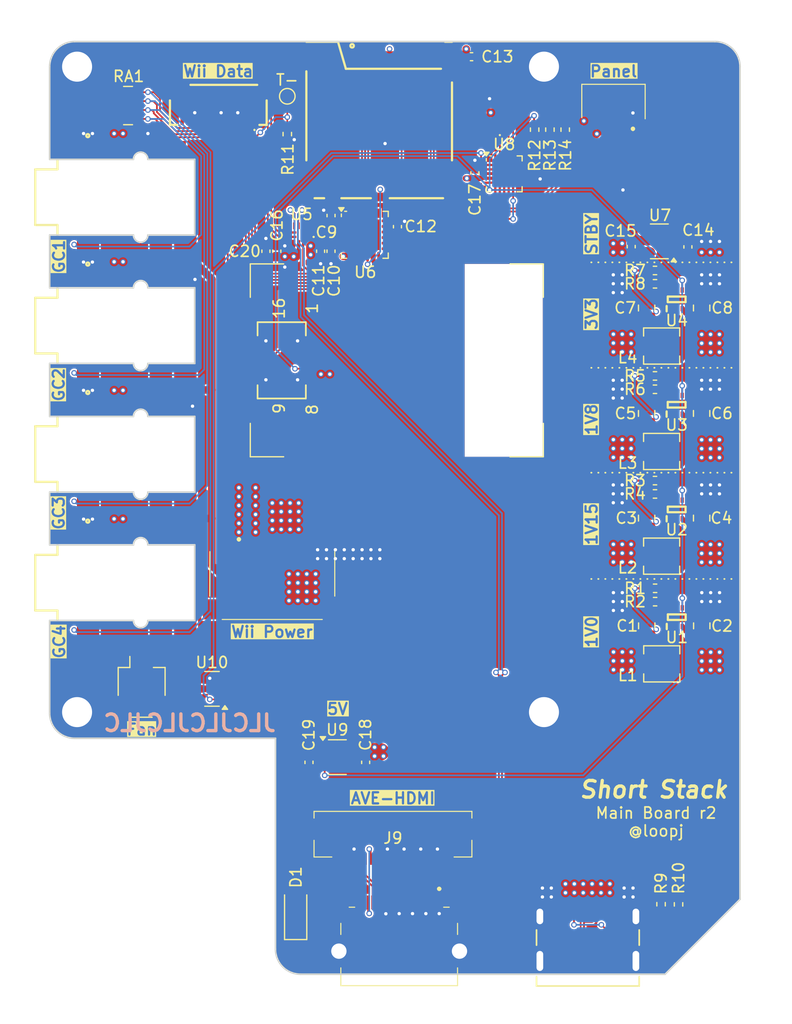
<source format=kicad_pcb>
(kicad_pcb (version 20240108) (generator "pcbnew") (generator_version "8.0")
  (layers (0 "F.Cu" signal "Top") (1 "In1.Cu" signal) (2 "In2.Cu" signal) (31 "B.Cu" signal "Bottom") (34 "B.Paste" user) (35 "F.Paste" user) (36 "B.SilkS" user "B.Silkscreen") (37 "F.SilkS" user "F.Silkscreen") (38 "B.Mask" user) (39 "F.Mask" user) (44 "Edge.Cuts" user))
  (net 0 "")
  (net 1 "Net-(J8-CC1)")
  (net 2 "GND")
  (net 3 "Net-(J8-CC2)")
  (net 4 "Net-(D1-K)")
  (net 5 "/BT_D-")
  (net 6 "+3V3")
  (net 7 "/BT_D+")
  (net 8 "/BT_SYNC")
  (net 14 "/PC_USB_D+")
  (net 15 "/PC_USB_D-")
  (net 18 "+1V0")
  (net 19 "+1V15")
  (net 20 "+1V8")
  (net 21 "/RESET")
  (net 22 "/GC1")
  (net 23 "/GC2")
  (net 24 "/GC3")
  (net 25 "/GC4")
  (net 26 "/WII_USB_D+")
  (net 27 "/WII_USB_D-")
  (net 28 "+5V")
  (net 29 "/FLASH_D+")
  (net 30 "/FLASH_D-")
  (net 32 "/LED_DATA")
  (net 33 "/REG_EN")
  (net 34 "/PWR_BTN")
  (net 35 "Net-(U1-FB)")
  (net 36 "Net-(U3-FB)")
  (net 37 "Net-(U4-FB)")
  (net 38 "Net-(U1-SW)")
  (net 39 "Net-(U3-SW)")
  (net 40 "Net-(U4-SW)")
  (net 44 "+3V3STBY")
  (net 54 "/HDMI_D2+")
  (net 55 "/HDMI_D2-")
  (net 56 "/HDMI_D1+")
  (net 57 "/HDMI_D1-")
  (net 58 "/HDMI_D0+")
  (net 59 "/HDMI_D0-")
  (net 60 "/HDMI_CK+")
  (net 61 "/HDMI_CK-")
  (net 62 "/HDMI_CEC")
  (net 63 "/HDMI_UTILITY")
  (net 64 "/HDMI_SCL")
  (net 65 "/HDMI_SDA")
  (net 66 "/HDMI_HPD")
  (net 67 "VBUS")
  (net 68 "Net-(U2-SW)")
  (net 69 "Net-(U2-FB)")
  (net 71 "/UPDI")
  (net 72 "/SD_DAT2")
  (net 73 "/SD_DAT3")
  (net 74 "/SD_CMD")
  (net 75 "/SD_CLK")
  (net 76 "/SD_DAT0")
  (net 77 "/SD_DAT1")
  (net 78 "/SD_VDD")
  (net 79 "Net-(U6-VDD)")
  (net 80 "Net-(U6-SDREG)")
  (net 81 "/SHUTDOWN")
  (net 82 "/POWER")
  (net 83 "/BT_PWR_REQ")
  (net 85 "/SD_CD")
  (net 95 "Net-(J13-Pin_2)")
  (net 100 "/FAN_PWM")
  (net 103 "/THERM")
  (footprint "Package_DFN_QFN:VQFN-20-1EP_3x3mm_P0.4mm_EP1.7x1.7mm" (layer "F.Cu") (at 152.09 70.62)
    (property "Reference" "U8")
    (property "Value" "ATtiny1616-M")
  )
  (footprint "project-footprints:L_Vishay_IHLP-1212" (layer "F.Cu") (at 166.249997 95.569398 180)
    (property "Reference" "L3")
    (property "Value" "1uH")
  )
  (footprint "project-footprints:SOTFL50P160X60-6N" (layer "F.Cu") (at 167.610416 110.457861 90)
    (property "Reference" "U1")
    (property "Value" "TLV62585DRL" (hide yes))
  )
  (footprint "Capacitor_SMD:C_0402_1005Metric" (layer "F.Cu") (at 135.571638 77.574443 -90)
    (property "Reference" "C11")
    (property "Value" "4.7uF")
  )
  (footprint "project-footprints:SJ-43504-SMT-TR" (layer "F.Cu") (at 111.9 95.8)
    (property "Reference" "J3" (hide yes))
    (property "Value" "SJ-43504" (hide yes))
  )
  (footprint "Capacitor_SMD:C_0402_1005Metric" (layer "F.Cu") (at 131.633541 77.574443 90)
    (property "Reference" "C16")
    (property "Value" "1uF")
  )
  (footprint "Resistor_SMD:R_0402_1005Metric" (layer "F.Cu") (at 154.825 66.65 -90)
    (property "Reference" "R12")
    (property "Value" "10K")
  )
  (footprint "Resistor_SMD:R_0402_1005Metric" (layer "F.Cu") (at 156.2 66.65 -90)
    (property "Reference" "R13")
    (property "Value" "10K")
  )
  (footprint "project-footprints:20139781" (layer "F.Cu") (at 142.640001 139.17 90)
    (property "Reference" "J10" (hide yes))
    (property "Value" "HDMI_C_1.4" (hide yes))
  )
  (footprint "MountingHole:MountingHole_2.7mm_M2.5_ISO7380_Pad_TopBottom" (layer "F.Cu") (at 113.664671 60.99)
    (property "Reference" "H1" (hide yes))
    (property "Value" "MountingHole_Pad")
  )
  (footprint "Capacitor_SMD:C_0805_2012Metric" (layer "F.Cu") (at 164.901435 82.676989 90)
    (property "Reference" "C7")
    (property "Value" "22uF")
  )
  (footprint "Package_DFN_QFN:QFN-24-1EP_4x4mm_P0.5mm_EP2.6x2.6mm" (layer "F.Cu") (at 139.546638 76.099443)
    (property "Reference" "U6")
    (property "Value" "GL835")
  )
  (footprint "MountingHole:MountingHole_2.7mm_M2.5_ISO7380_Pad_TopBottom" (layer "F.Cu") (at 155.664671 60.99)
    (property "Reference" "H2" (hide yes))
    (property "Value" "MountingHole_Pad")
  )
  (footprint "Resistor_SMD:R_0402_1005Metric" (layer "F.Cu") (at 157.575 66.65 90)
    (property "Reference" "R14")
    (property "Value" "10K")
  )
  (footprint "Capacitor_SMD:C_0402_1005Metric" (layer "F.Cu") (at 168.612498 77.187501 90)
    (property "Reference" "C14")
    (property "Value" "1uF")
  )
  (footprint "project-footprints:TMUXHS221NKGR" (layer "F.Cu") (at 133.593962 76.089916 180)
    (property "Reference" "U5")
    (property "Value" "TMUXHS221NKGR" (hide yes))
  )
  (footprint "project-footprints:L_Vishay_IHLP-1212" (layer "F.Cu") (at 166.251438 104.974975 180)
    (property "Reference" "L2")
    (property "Value" "1uH")
  )
  (footprint "Resistor_SMD:R_0402_1005Metric" (layer "F.Cu") (at 165.661438 107.864976)
    (property "Reference" "R1")
    (property "Value" "66.5K")
  )
  (footprint "Resistor_SMD:R_0402_1005Metric" (layer "F.Cu") (at 132.575 67.05 -90)
    (property "Reference" "R11")
    (property "Value" "2.2K")
  )
  (footprint "Resistor_SMD:R_0402_1005Metric" (layer "F.Cu") (at 167.769866 136.265343 90)
    (property "Reference" "R10")
    (property "Value" "5.1K")
  )
  (footprint "MountingHole:MountingHole_2.7mm_M2.5_ISO7380_Pad_TopBottom" (layer "F.Cu") (at 113.664671 118.99)
    (property "Reference" "H3" (hide yes))
    (property "Value" "MountingHole_Pad")
  )
  (footprint "project-footprints:SOTFL50P160X60-6N" (layer "F.Cu") (at 167.600415 81.897861 90)
    (property "Reference" "U4")
    (property "Value" "TLV62585DRL" (hide yes))
  )
  (footprint "Resistor_SMD:R_0402_1005Metric" (layer "F.Cu") (at 165.649997 89.979398 180)
    (property "Reference" "R6")
    (property "Value" "100K")
  )
  (footprint "Capacitor_SMD:C_0805_2012Metric" (layer "F.Cu") (at 169.849148 101.55699 90)
    (property "Reference" "C4")
    (property "Value" "10uF")
  )
  (footprint "Capacitor_SMD:C_0805_2012Metric" (layer "F.Cu") (at 169.847704 92.151412 90)
    (property "Reference" "C6")
    (property "Value" "10uF")
  )
  (footprint "Resistor_SMD:R_0402_1005Metric" (layer "F.Cu") (at 165.649995 88.7794)
    (property "Reference" "R5")
    (property "Value" "200K")
  )
  (footprint "project-footprints:5034800800" (layer "F.Cu") (at 161.917305 64.625 180)
    (property "Reference" "J12" (hide yes))
    (property "Value" "5034800800" (hide yes))
  )
  (footprint "Resistor_SMD:R_0402_1005Metric" (layer "F.Cu") (at 165.651436 80.504977 180)
    (property "Reference" "R8")
    (property "Value" "100K")
  )
  (footprint "project-footprints:5052781933" (layer "F.Cu") (at 142.08 130.06 180)
    (property "Reference" "J9")
    (property "Value" "AVE-HDMI Connector" (hide yes))
  )
  (footprint "project-footprints:L_Vishay_IHLP-1212" (layer "F.Cu") (at 166.261438 114.654976 180)
    (property "Reference" "L1")
    (property "Value" "1uH")
  )
  (footprint "Capacitor_SMD:C_0402_1005Metric" (layer "F.Cu") (at 149.45 70.54 90)
    (property "Reference" "C17")
    (property "Value" "0.1uF")
  )
  (footprint "Capacitor_SMD:C_0402_1005Metric" (layer "F.Cu") (at 130.65 77.574443 90)
    (property "Reference" "C20")
    (property "Value" "0.1uF")
  )
  (footprint "Resistor_SMD:R_0402_1005Metric" (layer "F.Cu") (at 165.651438 98.184975)
    (property "Reference" "R3")
    (property "Value" "92K")
  )
  (footprint "project-footprints:JST_SH_SM02B-SRSS-TB_1x02-1MP_P1.00mm_Horizontal" (layer "F.Cu") (at 119.472056 116.765216)
    (property "Reference" "J13" (hide yes))
    (property "Value" "JST-SH")
  )
  (footprint "Diode_SMD:D_SOD-123" (layer "F.Cu") (at 133.328364 137.067574 90)
    (property "Reference" "D1")
    (property "Value" "BAT54GWJ")
  )
  (footprint "Capacitor_SMD:C_0805_2012Metric" (layer "F.Cu") (at 164.901434 101.556992 90)
    (property "Reference" "C3")
    (property "Value" "22uF")
  )
  (footprint "Package_TO_SOT_SMD:TSOT-23-6" (layer "F.Cu") (at 137.076367 123.035001)
    (property "Reference" "U9")
    (property "Value" "SiP32510")
  )
  (footprint "project-footprints:5040500591" (layer "F.Cu") (at 131.22 107.015 180)
    (property "Reference" "J5" (hide yes))
    (property "Value" "5040500591" (hide yes))
  )
  (footprint "Capacitor_SMD:C_0805_2012Metric" (layer "F.Cu") (at 164.911438 111.236989 90)
    (property "Reference" "C1")
    (property "Value" "22uF")
  )
  (footprint "Capacitor_SMD:C_0402_1005Metric" (layer "F.Cu") (at 149.15 60.095314)
    (property "Reference" "C13")
    (property "Value" "4.7uF")
  )
  (footprint "project-footprints:L_Vishay_IHLP-1212" (layer "F.Cu") (at 166.251438 86.094975 180)
    (property "Reference" "L4")
    (property "Value" "1uH")
  )
  (footprint "Capacitor_SMD:C_0402_1005Metric" (layer "F.Cu") (at 139.625 123.505 -90)
    (property "Reference" "C18")
    (property "Value" "4.7uF")
  )
  (footprint "project-footprints:UPDI Pads" (layer "F.Cu") (at 151.695023 65.139843 90)
    (property "Reference" "J15" (hide yes))
    (property "Value" "AVR-UPDI-6" (hide yes))
  )
  (footprint "project-footprints:SJ-43504-SMT-TR" (layer "F.Cu") (at 111.9 72.72)
    (property "Reference" "J1" (hide yes))
    (property "Value" "SJ-43504" (hide yes))
  )
  (footprint "project-footprints:5034801400" (layer "F.Cu") (at 126.368149 64.425 180)
    (property "Reference" "J6" (hide yes))
    (property "Value" "5034801400" (hide yes))
  )
  (footprint "project-footprints:SJ-43504-SMT-TR" (layer "F.Cu") (at 111.9 107.36)
    (property "Reference" "J4" (hide yes))
    (property "Value" "SJ-43504" (hide yes))
  )
  (footprint "Capacitor_SMD:C_0402_1005Metric" (layer "F.Cu") (at 134.526366 123.505 -90)
    (property "Reference" "C19")
    (property "Value" "0.1uF")
  )
  (footprint "project-footprints:Wii_Bluetooth_Module" (layer "F.Cu") (at 143.062251 87.38 90)
    (property "Reference" "J7" (hide yes))
    (property "Value" "541020164")
  )
  (footprint "project-footprints:SJ-43504-SMT-TR" (layer "F.Cu") (at 111.9 84.26)
    (property "Reference" "J2" (hide yes))
    (property "Value" "SJ-43504" (hide yes))
  )
  (footprint "Resistor_SMD:R_0402_1005Metric" (layer "F.Cu") (at 165.651437 79.304976)
    (property "Reference" "R7")
    (property "Value" "453K")
  )
  (footprint "TestPoint:TestPoint_Pad_D1.0mm" (layer "F.Cu") (at 132.575 63.65)
    (property "Reference" "TP1" (hide yes))
    (property "Value" "T-")
  )
  (footprint "Capacitor_SMD:C_0402_1005Metric" (layer "F.Cu") (at 163.512498 77.162499 90)
    (property "Reference" "C15")
    (property "Value" "1uF")
  )
  (footprint "Resistor_SMD:R_0402_1005Metric" (layer "F.Cu") (at 165.661437 109.064975 180)
    (property "Reference" "R2")
    (property "Value" "100K")
  )
  (footprint "Capacitor_SMD:C_0805_2012Metric" (layer "F.Cu") (at 164.899995 92.151412 90)
    (property "Reference" "C5")
    (property "Value" "22uF")
  )
  (footprint "project-footprints:SOTFL50P160X60-6N" (layer "F.Cu") (at 167.598973 91.372285 90)
    (property "Reference" "U3")
    (property "Value" "TLV62585DRL" (hide yes))
  )
  (footprint "Resistor_SMD:R_Array_Concave_4x0603" (layer "F.Cu") (at 118.25 64.486268 180)
    (property "Reference" "RA1")
    (property "Value" "750")
  )
  (footprint "Resistor_SMD:R_0402_1005Metric" (layer "F.Cu") (at 166.198006 136.252244 90)
    (property "Reference" "R9")
    (property "Value" "5.1K")
  )
  (footprint "project-footprints:MOLEX_2171790001" (layer "F.Cu") (at 159.614501 140.2)
    (property "Reference" "J8" (hide yes))
    (property "Value" "USB-C Connector")
  )
  (footprint "Package_TO_SOT_SMD:SOT-23" (layer "F.Cu") (at 125.8 116.9 180)
    (property "Reference" "U10")
    (property "Value" "DRDC3105F-7")
  )
  (footprint "Capacitor_SMD:C_0402_1005Metric" (layer "F.Cu") (at 136.506638 77.574443 -90)
    (property "Reference" "C10")
    (property "Value" "0.1uF")
  )
  (footprint "Package_TO_SOT_SMD:SOT-23-5" (layer "F.Cu") (at 166.043352 76.6875 180)
    (property "Reference" "U7")
    (property "Value" "MIC5504-3.3YM5")
  )
  (footprint "MountingHole:MountingHole_2.7mm_M2.5_ISO7380_Pad_TopBottom" (layer "F.Cu") (at 155.664671 118.99)
    (property "Reference" "H4" (hide yes))
    (property "Value" "MountingHole_Pad")
  )
  (footprint "Resistor_SMD:R_0402_1005Metric" (layer "F.Cu") (at 165.651438 99.384976 180)
    (property "Reference" "R4")
    (property "Value" "100K")
  )
  (footprint "Capacitor_SMD:C_0805_2012Metric" (layer "F.Cu") (at 169.859149 111.236989 90)
    (property "Reference" "C2")
    (property "Value" "10uF")
  )
  (footprint "project-footprints:503398-1892" (layer "F.Cu") (at 134.290001 58.76)
    (property "Reference" "J11" (hide yes))
    (property "Value" "5033981892" (hide yes))
  )
  (footprint "Capacitor_SMD:C_0402_1005Metric" (layer "F.Cu") (at 136.509138 74.369443 90)
    (property "Reference" "C9")
    (property "Value" "1uF")
  )
  (footprint "Capacitor_SMD:C_0402_1005Metric" (layer "F.Cu") (at 142.485169 75.369999 90)
    (property "Reference" "C12")
    (property "Value" "1uF")
  )
  (footprint "Capacitor_SMD:C_0805_2012Metric" (layer "F.Cu") (at 169.84915 82.676987 90)
    (property "Reference" "C8")
    (property "Value" "10uF")
  )
  (footprint "project-footprints:SOTFL50P160X60-6N" (layer "F.Cu") (at 167.600413 100.777858 90)
    (property "Reference" "U2")
    (property "Value" "TLV62585DRL" (hide yes))
  )
  (gr_line (start 159.912497 97.475) (end 172.587497 97.475) (stroke (width 0.15) (type dot)) (layer "F.SilkS"))
  (gr_line (start 159.913937 88.05) (end 172.588937 88.05) (stroke (width 0.15) (type dot)) (layer "F.SilkS"))
  (gr_line (start 159.913937 78.575) (end 172.588937 78.575) (stroke (width 0.15) (type dot)) (layer "F.SilkS"))
  (gr_line (start 159.911733 107.025) (end 172.586733 107.025) (stroke (width 0.15) (type dot)) (layer "F.SilkS"))
  (gr_line (start 111.2 110.76) (end 111.2 119.09) (stroke (width 0.15)) (layer "Edge.Cuts"))
  (gr_line (start 111.2 99.22) (end 118.734975 99.22) (stroke (width 0.15)) (layer "Edge.Cuts"))
  (gr_line (start 120.034975 99.22) (end 124.25 99.22) (stroke (width 0.15)) (layer "Edge.Cuts"))
  (gr_line (start 133.764671 142.54) (end 166.561523 142.54) (stroke (width 0.15)) (layer "Edge.Cuts"))
  (gr_arc (start 118.734975 80.86) (mid 119.384975 80.21) (end 120.034975 80.86) (stroke (width 0.15)) (layer "Edge.Cuts"))
  (gr_line (start 111.2 99.22) (end 111.2 103.96) (stroke (width 0.15)) (layer "Edge.Cuts"))
  (gr_line (start 120.034976 103.96) (end 124.25 103.96) (stroke (width 0.15)) (layer "Edge.Cuts"))
  (gr_line (start 111.200001 69.32) (end 118.734976 69.32) (stroke (width 0.15)) (layer "Edge.Cuts"))
  (gr_line (start 111.2 80.86) (end 118.734975 80.86) (stroke (width 0.15)) (layer "Edge.Cuts"))
  (gr_arc (start 171.050001 58.74) (mid 172.640991 59.39901) (end 173.300001 60.99) (stroke (width 0.15)) (layer "Edge.Cuts"))
  (gr_arc (start 120.034976 110.76) (mid 119.384976 111.41) (end 118.734976 110.76) (stroke (width 0.15)) (layer "Edge.Cuts"))
  (gr_line (start 124.25 99.22) (end 124.249999 92.42) (stroke (width 0.15)) (layer "Edge.Cuts"))
  (gr_line (start 131.514671 121.34) (end 131.514671 140.29) (stroke (width 0.15)) (layer "Edge.Cuts"))
  (gr_line (start 124.25 110.76) (end 124.25 103.96) (stroke (width 0.15)) (layer "Edge.Cuts"))
  (gr_line (start 166.561523 142.54) (end 173.300001 135.801522) (stroke (width 0.15)) (layer "Edge.Cuts"))
  (gr_line (start 120.034976 76.12) (end 124.25 76.12) (stroke (width 0.15)) (layer "Edge.Cuts"))
  (gr_line (start 111.2 110.76) (end 118.734976 110.76) (stroke (width 0.15)) (layer "Edge.Cuts"))
  (gr_line (start 173.300001 135.801522) (end 173.300001 60.99) (stroke (width 0.15)) (layer "Edge.Cuts"))
  (gr_arc (start 120.034975 87.66) (mid 119.384975 88.31) (end 118.734975 87.66) (stroke (width 0.15)) (layer "Edge.Cuts"))
  (gr_arc (start 111.200001 60.99) (mid 111.85901 59.399009) (end 113.450001 58.74) (stroke (width 0.15)) (layer "Edge.Cuts"))
  (gr_arc (start 118.734976 69.32) (mid 119.384976 68.67) (end 120.034976 69.32) (stroke (width 0.15)) (layer "Edge.Cuts"))
  (gr_arc (start 118.734976 103.96) (mid 119.384976 103.31) (end 120.034976 103.96) (stroke (width 0.15)) (layer "Edge.Cuts"))
  (gr_line (start 171.050001 58.74) (end 113.450001 58.74) (stroke (width 0.15)) (layer "Edge.Cuts"))
  (gr_line (start 120.034975 92.42) (end 124.25 92.42) (stroke (width 0.15)) (layer "Edge.Cuts"))
  (gr_line (start 111.2 76.12) (end 111.2 80.86) (stroke (width 0.15)) (layer "Edge.Cuts"))
  (gr_line (start 124.25 76.12) (end 124.25 69.32) (stroke (width 0.15)) (layer "Edge.Cuts"))
  (gr_line (start 124.25 87.66) (end 124.249999 80.86) (stroke (width 0.15)) (layer "Edge.Cuts"))
  (gr_line (start 120.034975 87.66) (end 124.25 87.66) (stroke (width 0.15)) (layer "Edge.Cuts"))
  (gr_line (start 111.2 76.12) (end 118.734976 76.12) (stroke (width 0.15)) (layer "Edge.Cuts"))
  (gr_line (start 111.2 87.66) (end 111.2 92.42) (stroke (width 0.15)) (layer "Edge.Cuts"))
  (gr_line (start 111.200001 60.99) (end 111.200001 69.32) (stroke (width 0.15)) (layer "Edge.Cuts"))
  (gr_line (start 111.2 87.66) (end 118.734975 87.66) (stroke (width 0.15)) (layer "Edge.Cuts"))
  (gr_line (start 120.034975 80.86) (end 124.25 80.86) (stroke (width 0.15)) (layer "Edge.Cuts"))
  (gr_arc (start 118.734975 92.42) (mid 119.384975 91.77) (end 120.034975 92.42) (stroke (width 0.15)) (layer "Edge.Cuts"))
  (gr_arc (start 120.034976 76.12) (mid 119.384976 76.77) (end 118.734976 76.12) (stroke (width 0.15)) (layer "Edge.Cuts"))
  (gr_line (start 111.2 103.96) (end 118.734976 103.96) (stroke (width 0.15)) (layer "Edge.Cuts"))
  (gr_arc (start 133.764671 142.54) (mid 132.173699 141.88098) (end 131.514671 140.29) (stroke (width 0.15)) (layer "Edge.Cuts"))
  (gr_line (start 113.450001 121.34) (end 131.514671 121.34) (stroke (width 0.15)) (layer "Edge.Cuts"))
  (gr_line (start 120.034976 110.76) (end 124.25 110.76) (stroke (width 0.15)) (layer "Edge.Cuts"))
  (gr_line (start 120.034976 69.32) (end 124.25 69.32) (stroke (width 0.15)) (layer "Edge.Cuts"))
  (gr_line (start 111.2 92.42) (end 118.734975 92.42) (stroke (width 0.15)) (layer "Edge.Cuts"))
  (gr_arc (start 113.450001 121.34) (mid 111.85901 120.680991) (end 111.200001 119.09) (stroke (width 0.15)) (layer "Edge.Cuts"))
  (gr_arc (start 120.034975 99.22) (mid 119.384975 99.87) (end 118.734975 99.22) (stroke (width 0.15)) (layer "Edge.Cuts"))
  (gr_text "JLCJLCJLCJLC" (at 131.7 120.85 0) (layer "B.SilkS") (effects (font (size 1.5 1.5) (thickness 0.3) (bold yes)) (justify left bottom mirror)))
  (gr_text "Short Stack" (at 158.749792 126.830696 0) (layer "F.SilkS") (effects (font (size 1.5 1.5) (thickness 0.3) (bold yes) (italic yes)) (justify left bottom)))
  (gr_text "STBY" (at 160.53679 76.044626 90) (layer "F.SilkS" knockout) (effects (font (size 1 1) (thickness 0.2) (bold yes)) (justify bottom)))
  (gr_text "5V" (at 137.090042 119.3 0) (layer "F.SilkS" knockout) (effects (font (size 1 1) (thickness 0.2) (bold yes)) (justify bottom)))
  (gr_text "Main Board r2\n@loopj" (at 165.75 130.25 0) (layer "F.SilkS") (effects (font (size 1 1)) (justify bottom)))
  (gr_text "Wii Data" (at 126.368149 61.997472 0) (layer "F.SilkS" knockout) (effects (font (size 1 1) (thickness 0.2) (bold yes)) (justify bottom)))
  (gr_text "1V15" (at 160.53679 102.099975 90) (layer "F.SilkS" knockout) (effects (font (size 1 1) (thickness 0.2) (bold yes)) (justify bottom)))
  (gr_text "Wii Power" (at 131.2 111.2 0) (layer "F.SilkS" knockout) (effects (font (size 1 1) (thickness 0.2) (bold yes)) (justify top)))
  (gr_text "AVE-HDMI" (at 142.08 127.325 0) (layer "F.SilkS" knockout) (effects (font (size 1 1) (thickness 0.2) (bold yes)) (justify bottom)))
  (gr_text "Panel" (at 161.920305 61.997472 0) (layer "F.SilkS" knockout) (effects (font (size 1 1) (thickness 0.2) (bold yes)) (justify bottom)))
  (gr_text "Fan" (at 119.472056 119.975 0) (layer "F.SilkS" knockout) (effects (font (size 1 1) (thickness 0.2) (bold yes)) (justify top)))
  (gr_text "GC4" (at 112.65 114.275 90) (layer "F.SilkS" knockout) (effects (font (size 1 1) (thickness 0.2) (bold yes)) (justify left bottom)))
  (gr_text "3V3" (at 160.53679 83.219976 90) (layer "F.SilkS" knockout) (effects (font (size 1 1) (thickness 0.2) (bold yes)) (justify bottom)))
  (gr_text "GC3" (at 112.6 102.7 90) (layer "F.SilkS" knockout) (effects (font (size 1 1) (thickness 0.2) (bold yes)) (justify left bottom)))
  (gr_text "1V0" (at 160.53679 111.779977 90) (layer "F.SilkS" knockout) (effects (font (size 1 1) (thickness 0.2) (bold yes)) (justify bottom)))
  (gr_text "1V8" (at 160.53679 92.6944 90) (layer "F.SilkS" knockout) (effects (font (size 1 1) (thickness 0.2) (bold yes)) (justify bottom)))
  (gr_text "GC1" (at 112.625 79.65 90) (layer "F.SilkS" knockout) (effects (font (size 1 1) (thickness 0.2) (bold yes)) (justify left bottom)))
  (gr_text "GC2" (at 112.6 91.175 90) (layer "F.SilkS" knockout) (effects (font (size 1 1) (thickness 0.2) (bold yes)) (justify left bottom)))
  (segment (start 158.364501 136.775) (end 158.364501 138.1) (width 0.1524) (layer "F.Cu") (net 1))
  (segment (start 160.83 138.1) (end 161.74 139.01) (width 0.1524) (layer "F.Cu") (net 1))
  (segment (start 167.769866 137.770134) (end 167.769866 137.090343) (width 0.1524) (layer "F.Cu") (net 1))
  (segment (start 166.53 139.01) (end 167.769866 137.770134) (width 0.1524) (layer "F.Cu") (net 1))
  (segment (start 161.74 139.01) (end 166.53 139.01) (width 0.1524) (layer "F.Cu") (net 1))
  (via (at 158.364501 138.1) (size 0.5) (drill 0.3) (layers "F.Cu" "B.Cu") (net 1))
  (via (at 160.83 138.1) (size 0.5) (drill 0.3) (layers "F.Cu" "B.Cu") (net 1))
  (segment (start 160.83 138.1) (end 158.364501 138.1) (width 0.1524) (layer "B.Cu") (net 1))
  (segment (start 165.141437 80.504978) (end 165.141438 81.234977) (width 0.3) (layer "F.Cu") (net 2))
  (segment (start 165.151441 109.064978) (end 165.151441 109.794978) (width 0.3) (layer "F.Cu") (net 2))
  (segment (start 165.139995 89.979402) (end 165.139997 90.7094) (width 0.3) (layer "F.Cu") (net 2))
  (segment (start 141.44 137.11) (end 141.44 136.095) (width 0.17) (layer "F.Cu") (net 2))
  (segment (start 142.64 137.0975) (end 142.64 136.0825) (width 0.17) (layer "F.Cu") (net 2))
  (segment (start 145.04 137.0975) (end 145.04 136.0825) (width 0.17) (layer "F.Cu") (net 2))
  (segment (start 143.84 137.0975) (end 143.84 136.0825) (width 0.17) (layer "F.Cu") (net 2))
  (segment (start 165.141437 99.384977) (end 165.141437 100.114977) (width 0.3) (layer "F.Cu") (net 2))
  (segment (start 146.24 137.0975) (end 146.24 136.0825) (width 0.17) (layer "F.Cu") (net 2))
  (via (at 171.451437 80.494976) (size 0.5) (drill 0.3) (layers "F.Cu" "B.Cu") (net 2))
  (via (at 169.851436 99.374975) (size 0.5) (drill 0.3) (layers "F.Cu" "B.Cu") (net 2))
  (via (at 138.5 105.2) (size 0.5) (drill 0.3) (layers "F.Cu" "B.Cu") (net 2))
  (via (at 162.701436 81.294975) (size 0.5) (drill 0.3) (layers "F.Cu" "B.Cu") (net 2))
  (via (at 125.6 115.95) (size 0.5) (drill 0.3) (layers "F.Cu" "B.Cu") (net 2))
  (via (at 144.58 131.297) (size 0.5) (drill 0.3) (layers "F.Cu" "B.Cu") (net 2))
  (via (at 145.04 137.0975) (size 0.5) (drill 0.3) (layers "F.Cu" "B.Cu") (net 2))
  (via (at 133.5 89.129999) (size 0.5) (drill 0.3) (layers "F.Cu" "B.Cu") (net 2))
  (via (at 161.90144 98.574975) (size 0.5) (drill 0.3) (layers "F.Cu" "B.Cu") (net 2))
  (via (at 162.701436 100.174975) (size 0.5) (drill 0.3) (layers "F.Cu" "B.Cu") (net 2))
  (via (at 115.042121 78.55) (size 0.5) (drill 0.3) (layers "F.Cu" "B.Cu") (net 2))
  (via (at 162.701438 98.574978) (size 0.5) (drill 0.3) (layers "F.Cu" "B.Cu") (net 2))
  (via (at 162.701439 79.694975) (size 0.5) (drill 0.3) (layers "F.Cu" "B.Cu") (net 2))
  (via (at 169.86144 109.054972) (size 0.5) (drill 0.3) (layers "F.Cu" "B.Cu") (net 2))
  (via (at 170.661441 109.054976) (size 0.5) (drill 0.3) (layers "F.Cu" "B.Cu") (net 2))
  (via (at 169.851437 79.694974) (size 0.5) (drill 0.3) (layers "F.Cu" "B.Cu") (net 2))
  (via (at 162.77 72.07) (size 0.5) (drill 0.3) (layers "F.Cu" "B.Cu") (net 2))
  (via (at 161.899997 90.769398) (size 0.5) (drill 0.3) (layers "F.Cu" "B.Cu") (net 2))
  (via (at 163.675 135.6) (size 0.5) (drill 0.3) (layers "F.Cu" "B.Cu") (net 2))
  (via (at 163.675 134.8) (size 0.5) (drill 0.3) (layers "F.Cu" "B.Cu") (net 2))
  (via (at 115.04765 67) (size 0.5) (drill 0.3) (layers "F.Cu" "B.Cu") (net 2))
  (via (at 161.91144 108.254978) (size 0.5) (drill 0.3) (layers "F.Cu" "B.Cu") (net 2))
  (via (at 139.3 104.4) (size 0.5) (drill 0.3) (layers "F.Cu" "B.Cu") (net 2))
  (via (at 132.35 77.094443) (size 0.5) (drill 0.3) (layers "F.Cu" "B.Cu") (net 2))
  (via (at 137.7 104.4) (size 0.5) (drill 0.3) (layers "F.Cu" "B.Cu") (net 2))
  (via (at 114.242121 78.55) (size 0.5) (drill 0.3) (layers "F.Cu" "B.Cu") (net 2))
  (via (at 140.9 105.2) (size 0.5) (drill 0.3) (layers "F.Cu" "B.Cu") (net 2))
  (via (at 139.3 105.2) (size 0.5) (drill 0.3) (layers "F.Cu" "B.Cu") (net 2))
  (via (at 161.901438 80.494977) (size 0.5) (drill 0.3) (layers "F.Cu" "B.Cu") (net 2))
  (via (at 161.911438 109.054978) (size 0.5) (drill 0.3) (layers "F.Cu" "B.Cu") (net 2))
  (via (at 128.12 65.13) (size 0.5) (drill 0.3) (layers "F.Cu" "B.Cu") (net 2))
  (via (at 162.875 135.6) (size 0.5) (drill 0.3) (layers "F.Cu" "B.Cu") (net 2))
  (via (at 156.325 134.8) (size 0.5) (drill 0.3) (layers "F.Cu" "B.Cu") (net 2))
  (via (at 140.1 105.2) (size 0.5) (drill 0.3) (layers "F.Cu" "B.Cu") (net 2))
  (via (at 149.45 69.4) (size 0.5) (drill 0.3) (layers "F.Cu" "B.Cu") (net 2))
  (via (at 170.651438 99.374976) (size 0.5) (drill 0.3) (layers "F.Cu" "B.Cu") (net 2))
  (via (at 130.65 89.129999) (size 0.5) (drill 0.3) (layers "F.Cu" "B.Cu") (net 2))
  (via (at 161.901438 81.294975) (size 0.5) (drill 0.3) (layers "F.Cu" "B.Cu") (net 2))
  (via (at 162.699995 90.769398) (size 0.5) (drill 0.3) (layers "F.Cu" "B.Cu") (net 2))
  (via (at 143.08 131.297) (size 0.5) (drill 0.3) (layers "F.Cu" "B.Cu") (net 2))
  (via (at 155.525 135.6) (size 0.5) (drill 0.3) (layers "F.Cu" "B.Cu") (net 2))
  (via (at 146.24 137.0975) (size 0.5) (drill 0.3) (layers "F.Cu" "B.Cu") (net 2))
  (via (at 155.525 134.8) (size 0.5) (drill 0.3) (layers "F.Cu" "B.Cu") (net 2))
  (via (at 124.05 91.5) (size 0.5) (drill 0.3) (layers "F.Cu" "B.Cu") (net 2))
  (via (at 170.651435 79.694974) (size 0.5) (drill 0.3) (layers "F.Cu" "B.Cu") (net 2))
  (via (at 161.901438 100.174975) (size 0.5) (drill 0.3) (layers "F.Cu" "B.Cu") (net 2))
  (via (at 161.901437 99.374978) (size 0.5) (drill 0.3) (layers "F.Cu" "B.Cu") (net 2))
  (via (at 161.911438 109.854976) (size 0.5) (drill 0.3) (layers "F.Cu" "B.Cu") (net 2))
  (via (at 150.77 63.87) (size 0.5) (drill 0.3) (layers "F.Cu" "B.Cu") (net 2))
  (via (at 142.64 137.0975) (size 0.5) (drill 0.3) (layers "F.Cu" "B.Cu") (net 2))
  (via (at 135.3 104.4) (size 0.5) (drill 0.3) (layers "F.Cu" "B.Cu") (net 2))
  (via (at 163.667305 65.15) (size 0.5) (drill 0.3) (layers "F.Cu" "B.Cu") (net 2))
  (via (at 169.85 76.696984) (size 0.5) (drill 0.3) (layers "F.Cu" "B.Cu") (net 2))
  (via (at 162.699995 89.9694) (size 0.5) (drill 0.3) (layers "F.Cu" "B.Cu") (net 2))
  (via (at 162.701439 99.374975) (size 0.5) (drill 0.3) (layers "F.Cu" "B.Cu") (net 2))
  (via (at 162.701437 80.494976) (size 0.5) (drill 0.3) (layers "F.Cu" "B.Cu") (net 2))
  (via (at 136.1 105.2) (size 0.5) (drill 0.3) (layers "F.Cu" "B.Cu") (net 2))
  (via (at 115.04391 90.075) (size 0.5) (drill 0.3) (layers "F.Cu" "B.Cu") (net 2))
  (via (at 130.65 85.630001) (size 0.5) (drill 0.3) (layers "F.Cu" "B.Cu") (net 2))
  (via (at 146.08 131.297) (size 0.5) (drill 0.3) (layers "F.Cu" "B.Cu") (net 2))
  (via (at 171.45 76.696984) (size 0.5) (drill 0.3) (layers "F.Cu" "B.Cu") (net 2))
  (via (at 155.32 71.08) (size 0.5) (drill 0.3) (layers "F.Cu" "B.Cu") (net 2))
  (via (at 136.9 105.2) (size 0.5) (drill 0.3) (layers "F.Cu" "B.Cu") (net 2))
  (via (at 162.711438 109.854974) (size 0.5) (drill 0.3) (layers "F.Cu" "B.Cu") (net 2))
  (via (at 143.125 74.889999) (size 0.5) (drill 0.3) (layers "F.Cu" "B.Cu") (net 2))
  (via (at 161.901439 79.694978) (size 0.5) (drill 0.3) (layers "F.Cu" "B.Cu") (net 2))
  (via (at 171.451436 99.374976) (size 0.5) (drill 0.3) (layers "F.Cu" "B.Cu") (net 2))
  (via (at 114.24765 67) (size 0.5) (drill 0.3) (layers "F.Cu" "B.Cu") (net 2))
  (via (at 171.451436 98.574975) (size 0.5) (drill 0.3) (layers "F.Cu" "B.Cu") (net 2))
  (via (at 170.649998 89.169399) (size 0.5) (drill 0.3) (layers "F.Cu" "B.Cu") (net 2))
  (via (at 137.7 105.2) (size 0.5) (drill 0.3) (layers "F.Cu" "B.Cu") (net 2))
  (via (at 141.37 67.9) (size 0.5) (drill 0.3) (layers "F.Cu" "B.Cu") (net 2))
  (via (at 115.048272 101.65) (size 0.5) (drill 0.3) (layers "F.Cu" "B.Cu") (net 2))
  (via (at 133.5 85.630001) (size 0.5) (drill 0.3) (layers "F.Cu" "B.Cu") (net 2))
  (via (at 114.248272 101.65) (size 0.5) (drill 0.3) (layers "F.Cu" "B.Cu") (net 2))
  (via (at 162.711438 109.054976) (size 0.5) (drill 0.3) (layers "F.Cu" "B.Cu") (net 2))
  (via (at 141.44 137.11) (size 0.5) (drill 0.3) (layers "F.Cu" "B.Cu") (net 2))
  (via (at 161.899997 89.9694) (size 0.5) (drill 0.3) (layers "F.Cu" "B.Cu") (net 2))
  (via (at 130.65 76.425) (size 0.5) (drill 0.3) (layers "F.Cu" "B.Cu") (net 2))
  (via (at 138.58 131.297) (size 0.5) (drill 0.3) (layers "F.Cu" "B.Cu") (net 2))
  (via (at 135.571638 78.7) (size 0.5) (drill 0.3) (layers "F.Cu" "B.Cu") (net 2))
  (via (at 143.84 137.0975) (size 0.5) (drill 0.3) (layers "F.Cu" "B.Cu") (net 2))
  (via (at 132.35 79) (size 0.5) (drill 0.3) (layers "F.Cu" "B.Cu") (net 2))
  (via (at 171.461439 108.254978) (size 0.5) (drill 0.3) (layers "F.Cu" "B.Cu") (net 2))
  (via (at 170.651436 98.574976) (size 0.5) (drill 0.3) (layers "F.Cu" "B.Cu") (net 2))
  (via (at 171.449996 89.169402) (size 0.5) (drill 0.3) (layers "F.Cu" "B.Cu") (net 2))
  (via (at 141.58 131.297) (size 0.5) (drill 0.3) (layers "F.Cu" "B.Cu") (net 2))
  (via (at 162.711438 108.254978) (size 0.5) (drill 0.3) (layers "F.Cu" "B.Cu") (net 2))
  (via (at 169.851438 98.574976) (size 0.5) (drill 0.3) (layers "F.Cu" "B.Cu") (net 2))
  (via (at 124.27 80.11) (size 0.5) (drill 0.3) (layers "F.Cu" "B.Cu") (net 2))
  (via (at 138.5 104.4) (size 0.5) (drill 0.3) (layers "F.Cu" "B.Cu") (net 2))
  (via (at 140.1 104.4) (size 0.5) (drill 0.3) (layers "F.Cu" "B.Cu") (net 2))
  (via (at 161.899997 89.169402) (size 0.5) (drill 0.3) (layers "F.Cu" "B.Cu") (net 2))
  (via (at 136.9 104.4) (size 0.5) (drill 0.3) (layers "F.Cu" "B.Cu") (net 2))
  (via (at 162.875 134.8) (size 0.5) (drill 0.3) (layers "F.Cu" "B.Cu") (net 2))
  (via (at 140.9 104.4) (size 0.5) (drill 0.3) (layers "F.Cu" "B.Cu") (net 2))
  (via (at 169.861441 108.254975) (size 0.5) (drill 0.3) (layers "F.Cu" "B.Cu") (net 2))
  (via (at 171.449996 89.9694) (size 0.5) (drill 0.3) (layers "F.Cu" "B.Cu") (net 2))
  (via (at 170.65 76.696984) (size 0.5) (drill 0.3) (layers "F.Cu" "B.Cu") (net 2))
  (via (at 170.649998 89.9694) (size 0.5) (drill 0.3) (layers "F.Cu" "B.Cu") (net 2))
  (via (at 156.325 135.6) (size 0.5) (drill 0.3) (layers "F.Cu" "B.Cu") (net 2))
  (via (at 169.849993 89.9694) (size 0.5) (drill 0.3) (layers "F.Cu" "B.Cu") (net 2))
  (via (at 171.461439 109.054976) (size 0.5) (drill 0.3) (layers "F.Cu" "B.Cu") (net 2))
  (via (at 133.2 67.55) (size 0.5) (drill 0.3) (layers "F.Cu" "B.Cu") (net 2))
  (via (at 136.1 104.4) (size 0.5) (drill 0.3) (layers "F.Cu" "B.Cu") (net 2))
  (via (at 171.451438 79.694978) (size 0.5) (drill 0.3) (layers "F.Cu" "B.Cu") (net 2))
  (via (at 170.661435 108.254975) (size 0.5) (drill 0.3) (layers "F.Cu" "B.Cu") (net 2))
  (via (at 136.506638 78.7) (size 0.5) (drill 0.3) (layers "F.Cu" "B.Cu") (net 2))
  (via (at 120.035628 67) (size 0.5) (drill 0.3) (layers "F.Cu" "B.Cu") (net 2))
  (via (at 170.651439 80.494976) (size 0.5) (drill 0.3) (layers "F.Cu" "B.Cu") (net 2))
  (via (at 162.699995 89.169402) (size 0.5) (drill 0.3) (layers "F.Cu" "B.Cu") (net 2))
  (via (at 114.24391 90.075) (size 0.5) (drill 0.3) (layers "F.Cu" "B.Cu") (net 2))
  (via (at 169.849997 89.169397) (size 0.5) (drill 0.3) (layers "F.Cu" "B.Cu") (net 2))
  (via (at 135.3 105.2) (size 0.5) (drill 0.3) (layers "F.Cu" "B.Cu") (net 2))
  (via (at 124.25 65.13) (size 0.5) (drill 0.3) (layers "F.Cu" "B.Cu") (net 2))
  (via (at 135.85 73.889443) (size 0.5) (drill 0.3) (layers "F.Cu" "B.Cu") (net 2))
  (via (at 126.62 65.13) (size 0.5) (drill 0.3) (layers "F.Cu" "B.Cu") (net 2))
  (via (at 169.851435 80.494976) (size 0.5) (drill 0.3) (layers "F.Cu" "B.Cu") (net 2))
  (segment (start 165.4694 138.7306) (end 166.198006 138.001994) (width 0.1524) (layer "F.Cu") (net 3))
  (segment (start 162.1506 138.7306) (end 165.4694 138.7306) (width 0.1524) (layer "F.Cu") (net 3))
  (segment (start 161.364501 136.775) (end 161.364501 137.944501) (width 0.1524) (layer "F.Cu") (net 3))
  (segment (start 161.364501 137.944501) (end 162.1506 138.7306) (width 0.1524) (layer "F.Cu") (net 3))
  (segment (start 166.198006 138.001994) (end 166.198006 137.077244) (width 0.1524) (layer "F.Cu") (net 3))
  (segment (start 139.440001 136.095) (end 139.440001 136.834999) (width 0.1524) (layer "F.Cu") (net 4))
  (segment (start 137.615 138.66) (end 133.385938 138.66) (width 0.1524) (layer "F.Cu") (net 4))
  (segment (start 139.440001 136.834999) (end 137.615 138.66) (width 0.1524) (layer "F.Cu") (net 4))
  (segment (start 127.118149 65.875) (end 127.118149 66.400001) (width 0.1524) (layer "F.Cu") (net 5))
  (segment (start 127.118149 66.400001) (end 127.215749 66.497601) (width 0.1524) (layer "F.Cu") (net 5))
  (segment (start 127.215749 86.806222) (end 128.968128 88.558601) (width 0.1524) (layer "F.Cu") (net 5))
  (segment (start 128.968128 88.558601) (end 129.700852 88.558601) (width 0.1524) (layer "F.Cu") (net 5))
  (segment (start 127.215749 66.497601) (end 127.215749 86.806222) (width 0.1524) (layer "F.Cu") (net 5))
  (segment (start 129.700852 88.558601) (end 129.772251 88.63) (width 0.1524) (layer "F.Cu") (net 5))
  (segment (start 165.751438 82.998562) (end 165.298011 83.451989) (width 0.2) (layer "F.Cu") (net 6))
  (segment (start 165.298011 83.451989) (end 164.901435 83.451989) (width 0.2) (layer "F.Cu") (net 6))
  (segment (start 165.141438 79.304973) (end 163.826439 79.304973) (width 0.2) (layer "F.Cu") (net 6))
  (segment (start 165.751438 82.994976) (end 165.751438 82.998562) (width 0.2) (layer "F.Cu") (net 6))
  (via (at 128.22 99.625) (size 0.5) (drill 0.3) (layers "F.Cu" "B.Cu") (net 6))
  (via (at 117.797213 78.525) (size 0.5) (drill 0.3) (layers "F.Cu" "B.Cu") (net 6))
  (via (at 116.997213 78.525) (size 0.5) (drill 0.3) (layers "F.Cu" "B.Cu") (net 6))
  (via (at 162.707503 85.827794) (size 0.5) (drill 0.3) (layers "F.Cu" "B.Cu") (net 6))
  (via (at 161.907505 86.627792) (size 0.5) (drill 0.3) (layers "F.Cu" "B.Cu") (net 6))
  (via (at 128.22 98.825) (size 0.5) (drill 0.3) (layers "F.Cu" "B.Cu") (net 6))
  (via (at 162.707504 85.027792) (size 0.5) (drill 0.3) (layers "F.Cu" "B.Cu") (net 6))
  (via (at 117.796197 90.075) (size 0.5) (drill 0.3) (layers "F.Cu" "B.Cu") (net 6))
  (via (at 128.22 100.425) (size 0.5) (drill 0.3) (layers "F.Cu" "B.Cu") (net 6))
  (via (at 165.751438 82.994976) (size 0.5) (drill 0.3) (layers "F.Cu" "B.Cu") (net 6))
  (via (at 116.996197 90.075) (size 0.5) (drill 0.3) (layers "F.Cu" "B.Cu") (net 6))
  (via (at 163.507504 86.627793) (size 0.5) (drill 0.3) (layers "F.Cu" "B.Cu") (net 6))
  (via (at 163.826439 79.304973) (size 0.5) (drill 0.3) (layers "F.Cu" "B.Cu") (net 6))
  (via (at 161.907505 85.827794) (size 0.5) (drill 0.3) (layers "F.Cu" "B.Cu") (net 6))
  (via (at 128.22 102.825) (size 0.5) (drill 0.3) (layers "F.Cu" "B.Cu") (net 6))
  (via (at 162.707503 86.627792) (size 0.5) (drill 0.3) (layers "F.Cu" "B.Cu") (net 6))
  (via (at 116.997118 67) (size 0.5) (drill 0.3) (layers "F.Cu" "B.Cu") (net 6))
  (via (at 117.793873 101.625) (size 0.5) (drill 0.3) (layers "F.Cu" "B.Cu") (net 6))
  (via (at 116.993873 101.625) (size 0.5) (drill 0.3) (layers "F.Cu" "B.Cu") (net 6))
  (via (at 163.507502 85.827791) (size 0.5) (drill 0.3) (layers "F.Cu" "B.Cu") (net 6))
  (via (at 128.22 102.025) (size 0.5) (drill 0.3) (layers "F.Cu" "B.Cu") (net 6))
  (via (at 128.22 101.225) (size 0.5) (drill 0.3) (layers "F.Cu" "B.Cu") (net 6))
  (via (at 117.797118 67) (size 0.5) (drill 0.3) (layers "F.Cu" "B.Cu") (net 6))
  (via (at 163.507505 85.027792) (size 0.5) (drill 0.3) (layers "F.Cu" "B.Cu") (net 6))
  (via (at 161.907506 85.027792) (size 0.5) (drill 0.3) (layers "F.Cu" "B.Cu") (net 6))
  (segment (start 163.826439 79.304973) (end 163.826438 81.069973) (width 0.2) (layer "B.Cu") (net 6))
  (segment (start 163.826438 81.069973) (end 165.751438 82.994976) (width 0.2) (layer "B.Cu") (net 6))
  (segment (start 127.520549 66.497601) (end 127.520549 86.679998) (width 0.1524) (layer "F.Cu") (net 7))
  (segment (start 127.520549 86.679998) (end 128.970552 88.130001) (width 0.1524) (layer "F.Cu") (net 7))
  (segment (start 128.970552 88.130001) (end 129.772251 88.130001) (width 0.1524) (layer "F.Cu") (net 7))
  (segment (start 127.618149 66.400001) (end 127.520549 66.497601) (width 0.1524) (layer "F.Cu") (net 7))
  (segment (start 127.618149 65.875) (end 127.618149 66.400001) (width 0.1524) (layer "F.Cu") (net 7))
  (segment (start 157.0062 64.5338) (end 156.2 65.34) (width 0.1524) (layer "F.Cu") (net 8))
  (segment (start 156.2 65.34) (end 156.2 66.140001) (width 0.1524) (layer "F.Cu") (net 8))
  (segment (start 154.640731 74.0044) (end 151.84643 74.0044) (width 0.1524) (layer "F.Cu") (net 8))
  (segment (start 161.667305 65.875) (end 161.667305 66.315695) (width 0.1524) (layer "F.Cu") (net 8))
  (segment (start 161.5594 66.4236) (end 161.5594 67.085732) (width 0.1524) (layer "F.Cu") (net 8))
  (segment (start 161.5594 67.085732) (end 154.640731 74.0044) (width 0.1524) (layer "F.Cu") (net 8))
  (segment (start 130.67 87.63) (end 129.772251 87.63) (width 0.1524) (layer "F.Cu") (net 8))
  (segment (start 161.667305 65.317305) (end 160.8838 64.5338) (width 0.1524) (layer "F.Cu") (net 8))
  (segment (start 151.84643 74.0044) (end 145.143831 80.707) (width 0.1524) (layer "F.Cu") (net 8))
  (segment (start 145.143831 80.707) (end 132.393 80.707) (width 0.1524) (layer "F.Cu") (net 8))
  (segment (start 131.9456 81.1544) (end 131.9456 86.3544) (width 0.1524) (layer "F.Cu") (net 8))
  (segment (start 131.9456 86.3544) (end 130.67 87.63) (width 0.1524) (layer "F.Cu") (net 8))
  (segment (start 161.667305 65.875) (end 161.667305 65.317305) (width 0.1524) (layer "F.Cu") (net 8))
  (segment (start 161.667305 66.315695) (end 161.5594 66.4236) (width 0.1524) (layer "F.Cu") (net 8))
  (segment (start 132.393 80.707) (end 131.9456 81.1544) (width 0.1524) (layer "F.Cu") (net 8))
  (segment (start 160.8838 64.5338) (end 157.0062 64.5338) (width 0.1524) (layer "F.Cu") (net 8))
  (segment (start 133.217762 75.266116) (end 133.193962 75.289916) (width 0.1524) (layer "F.Cu") (net 14))
  (segment (start 160.279141 137.5668) (end 160.2832 137.5668) (width 0.1524) (layer "F.Cu") (net 14))
  (segment (start 151.35 115.425) (end 151.61 115.685) (width 0.1524) (layer "F.Cu") (net 14))
  (segment (start 132.85 73.875) (end 132.909473 73.875) (width 0.1524) (layer "F.Cu") (net 14))
  (segment (start 160.2832 137.5668) (end 160.364501 137.485499) (width 0.1524) (layer "F.Cu") (net 14))
  (segment (start 133.241561 74.713717) (end 133.217762 74.713717) (width 0.1524) (layer "F.Cu") (net 14))
  (segment (start 151.61 115.685) (end 151.61 135.8) (width 0.1524) (layer "F.Cu") (net 14))
  (segment (start 159.266901 137.6476) (end 159.364501 137.55) (width 0.1524) (layer "F.Cu") (net 14))
  (segment (start 154.83 139.02) (end 158.72 139.02) (width 0.1524) (layer "F.Cu") (net 14))
  (segment (start 151.61 135.8) (end 154.83 139.02) (width 0.1524) (layer "F.Cu") (net 14))
  (segment (start 133.217762 74.713717) (end 133.217762 75.266116) (width 0.1524) (layer "F.Cu") (net 14))
  (segment (start 159.364501 137.55) (end 159.364501 136.495) (width 0.1524) (layer "F.Cu") (net 14))
  (segment (start 159.266901 138.473099) (end 159.266901 137.6476) (width 0.1524) (layer "F.Cu") (net 14))
  (segment (start 133.241561 74.207088) (end 133.241561 74.713717) (width 0.1524) (layer "F.Cu") (net 14))
  (segment (start 159.266901 137.85) (end 159.995941 137.85) (width 0.1524) (layer "F.Cu") (net 14))
  (segment (start 159.995941 137.85) (end 160.279141 137.5668) (width 0.1524) (layer "F.Cu") (net 14))
  (segment (start 160.364501 137.485499) (end 160.364501 136.775) (width 0.1524) (layer "F.Cu") (net 14))
  (segment (start 132.909473 73.875) (end 133.241561 74.207088) (width 0.1524) (layer "F.Cu") (net 14))
  (segment (start 158.72 139.02) (end 159.266901 138.473099) (width 0.1524) (layer "F.Cu") (net 14))
  (via (at 151.35 115.425) (size 0.5) (drill 0.3) (layers "F.Cu" "B.Cu") (net 14))
  (via (at 132.85 73.875) (size 0.5) (drill 0.3) (layers "F.Cu" "B.Cu") (net 14))
  (segment (start 133.222599 76.888127) (end 133.222599 74.247599) (width 0.1524) (layer "B.Cu") (net 14))
  (segment (start 151.35 115.425) (end 151.61 115.165) (width 0.1524) (layer "B.Cu") (net 14))
  (segment (start 133.7726 77.438128) (end 133.222599 76.888127) (width 0.1524) (layer "B.Cu") (net 14))
  (segment (start 133.7726 83.4826) (end 133.7726 77.438128) (width 0.1524) (layer "B.Cu") (net 14))
  (segment (start 151.61 101.32) (end 133.7726 83.4826) (width 0.1524) (layer "B.Cu") (net 14))
  (segment (start 151.61 115.165) (end 151.61 101.32) (width 0.1524) (layer "B.Cu") (net 14))
  (segment (start 133.222599 74.247599) (end 132.85 73.875) (width 0.1524) (layer "B.Cu") (net 14))
  (segment (start 159.644798 135.9238) (end 159.864501 136.143503) (width 0.1524) (layer "F.Cu") (net 15))
  (segment (start 133.9 73.875) (end 133.546362 74.228638) (width 0.1524) (layer "F.Cu") (net 15))
  (segment (start 133.546362 74.228638) (end 133.546362 74.713716) (width 0.1524) (layer "F.Cu") (net 15))
  (segment (start 151.8894 135.6794) (end 154.95 138.74) (width 0.1524) (layer "F.Cu") (net 15))
  (segment (start 133.570162 74.713716) (end 133.570162 75.266117) (width 0.1524) (layer "F.Cu") (net 15))
  (segment (start 154.95 138.74) (end 158.6 138.74) (width 0.1524) (layer "F.Cu") (net 15))
  (segment (start 158.962101 137.65) (end 158.864501 137.5524) (width 0.1524) (layer "F.Cu") (net 15))
  (segment (start 133.546362 74.713716) (end 133.570162 74.713716) (width 0.1524) (layer "F.Cu") (net 15))
  (segment (start 158.962101 138.377899) (end 158.962101 137.65) (width 0.1524) (layer "F.Cu") (net 15))
  (segment (start 133.570162 75.266117) (end 133.593962 75.289917) (width 0.1524) (layer "F.Cu") (net 15))
  (segment (start 158.864501 137.5524) (end 158.864501 136.135499) (width 0.1524) (layer "F.Cu") (net 15))
  (segment (start 151.8894 115.693351) (end 151.8894 135.6794) (width 0.1524) (layer "F.Cu") (net 15))
  (segment (start 159.0762 135.9238) (end 159.644798 135.9238) (width 0.1524) (layer "F.Cu") (net 15))
  (segment (start 152.156096 115.426655) (end 151.8894 115.693351) (width 0.1524) (layer "F.Cu") (net 15))
  (segment (start 158.864501 136.135499) (end 159.0762 135.9238) (width 0.1524) (layer "F.Cu") (net 15))
  (segment (start 159.864501 136.143503) (end 159.864501 136.495) (width 0.1524) (layer "F.Cu") (net 15))
  (segment (start 158.6 138.74) (end 158.962101 138.377899) (width 0.1524) (layer "F.Cu") (net 15))
  (via (at 152.156096 115.426655) (size 0.5) (drill 0.3) (layers "F.Cu" "B.Cu") (net 15))
  (via (at 133.9 73.875) (size 0.5) (drill 0.3) (layers "F.Cu" "B.Cu") (net 15))
  (segment (start 151.8894 115.159959) (end 151.8894 101.1294) (width 0.1524) (layer "B.Cu") (net 15))
  (segment (start 152.156096 115.426655) (end 151.8894 115.159959) (width 0.1524) (layer "B.Cu") (net 15))
  (segment (start 134.0774 77.311872) (end 133.527401 76.761873) (width 0.1524) (layer "B.Cu") (net 15))
  (segment (start 133.527401 74.247599) (end 133.9 73.875) (width 0.1524) (layer "B.Cu") (net 15))
  (segment (start 133.527401 76.761873) (end 133.527401 74.247599) (width 0.1524) (layer "B.Cu") (net 15))
  (segment (start 134.0774 83.3174) (end 134.0774 77.311872) (width 0.1524) (layer "B.Cu") (net 15))
  (segment (start 151.8894 101.1294) (end 134.0774 83.3174) (width 0.1524) (layer "B.Cu") (net 15))
  (segment (start 164.911437 112.01199) (end 165.304423 112.01199) (width 0.2) (layer "F.Cu") (net 18))
  (segment (start 165.304423 112.01199) (end 165.76144 111.554976) (width 0.2) (layer "F.Cu") (net 18))
  (segment (start 165.151438 107.864974) (end 163.836438 107.864975) (width 0.2) (layer "F.Cu") (net 18))
  (via (at 161.917507 113.587795) (size 0.5) (drill 0.3) (layers "F.Cu" "B.Cu") (net 18))
  (via (at 165.76144 111.554976) (size 0.5) (drill 0.3) (layers "F.Cu" "B.Cu") (net 18))
  (via (at 134.325 107.375) (size 0.5) (drill 0.3) (layers "F.Cu" "B.Cu") (net 18))
  (via (at 161.917507 115.187795) (size 0.5) (drill 0.3) (layers "F.Cu" "B.Cu") (net 18))
  (via (at 132.725 107.375) (size 0.5) (drill 0.3) (layers "F.Cu" "B.Cu") (net 18))
  (via (at 134.325 106.575) (size 0.5) (drill 0.3) (layers "F.Cu" "B.Cu") (net 18))
  (via (at 135.125 108.175) (size 0.5) (drill 0.3) (layers "F.Cu" "B.Cu") (net 18))
  (via (at 163.836438 107.864975) (size 0.5) (drill 0.3) (layers "F.Cu" "B.Cu") (net 18))
  (via (at 133.525 106.575) (size 0.5) (drill 0.3) (layers "F.Cu" "B.Cu") (net 18))
  (via (at 135.125 107.375) (size 0.5) (drill 0.3) (layers "F.Cu" "B.Cu") (net 18))
  (via (at 133.525 107.375) (size 0.5) (drill 0.3) (layers "F.Cu" "B.Cu") (net 18))
  (via (at 134.325 108.975) (size 0.5) (drill 0.3) (layers "F.Cu" "B.Cu") (net 18))
  (via (at 132.725 108.975) (size 0.5) (drill 0.3) (layers "F.Cu" "B.Cu") (net 18))
  (via (at 132.725 106.575) (size 0.5) (drill 0.3) (layers "F.Cu" "B.Cu") (net 18))
  (via (at 135.125 106.575) (size 0.5) (drill 0.3) (layers "F.Cu" "B.Cu") (net 18))
  (via (at 161.917505 114.387795) (size 0.5) (drill 0.3) (layers "F.Cu" "B.Cu") (net 18))
  (via (at 162.717505 115.187795) (size 0.5) (drill 0.3) (layers "F.Cu" "B.Cu") (net 18))
  (via (at 132.725 108.175) (size 0.5) (drill 0.3) (layers "F.Cu" "B.Cu") (net 18))
  (via (at 135.125 108.975) (size 0.5) (drill 0.3) (layers "F.Cu" "B.Cu") (net 18))
  (via (at 163.517508 115.187793) (size 0.5) (drill 0.3) (layers "F.Cu" "B.Cu") (net 18))
  (via (at 133.525 108.975) (size 0.5) (drill 0.3) (layers "F.Cu" "B.Cu") (net 18))
  (via (at 134.325 108.175) (size 0.5) (drill 0.3) (layers "F.Cu" "B.Cu") (net 18))
  (via (at 133.525 108.175) (size 0.5) (drill 0.3) (layers "F.Cu" "B.Cu") (net 18))
  (via (at 162.717508 114.387794) (size 0.5) (drill 0.3) (layers "F.Cu" "B.Cu") (net 18))
  (via (at 162.717505 113.587795) (size 0.5) (drill 0.3) (layers "F.Cu" "B.Cu") (net 18))
  (via (at 163.517505 114.387795) (size 0.5) (drill 0.3) (layers "F.Cu" "B.Cu") (net 18))
  (via (at 163.517506 113.587787) (size 0.5) (drill 0.3) (layers "F.Cu" "B.Cu") (net 18))
  (segment (start 163.836438 107.864975) (end 163.836438 109.629974) (width 0.2) (layer "B.Cu") (net 18))
  (segment (start 163.836438 109.629974) (end 165.76144 111.554976) (width 0.2) (layer "B.Cu") (net 18))
  (segment (start 165.141438 98.184973) (end 163.826438 98.184975) (width 0.2) (layer "F.Cu") (net 19))
  (segment (start 165.29442 102.331993) (end 165.751438 101.874975) (width 0.2) (layer "F.Cu") (net 19))
  (segment (start 164.901436 102.331993) (end 165.29442 102.331993) (width 0.2) (layer "F.Cu") (net 19))
  (via (at 131.227742 100.975) (size 0.5) (drill 0.3) (layers "F.Cu" "B.Cu") (net 19))
  (via (at 131.225 100.2) (size 0.5) (drill 0.3) (layers "F.Cu" "B.Cu") (net 19))
  (via (at 161.907504 103.907794) (size 0.5) (drill 0.3) (layers "F.Cu" "B.Cu") (net 19))
  (via (at 132.025 100.2) (size 0.5) (drill 0.3) (layers "F.Cu" "B.Cu") (net 19))
  (via (at 132.027742 101.775) (size 0.5) (drill 0.3) (layers "F.Cu" "B.Cu") (net 19))
  (via (at 132.827742 100.975) (size 0.5) (drill 0.3) (layers "F.Cu" "B.Cu") (net 19))
  (via (at 132.027742 102.575) (size 0.5) (drill 0.3) (layers "F.Cu" "B.Cu") (net 19))
  (via (at 132.825 100.2) (size 0.5) (drill 0.3) (layers "F.Cu" "B.Cu") (net 19))
  (via (at 163.507505 105.507793) (size 0.5) (drill 0.3) (layers "F.Cu" "B.Cu") (net 19))
  (via (at 162.707505 103.907795) (size 0.5) (drill 0.3) (layers "F.Cu" "B.Cu") (net 19))
  (via (at 132.027742 100.975) (size 0.5) (drill 0.3) (layers "F.Cu" "B.Cu") (net 19))
  (via (at 161.907504 104.707794) (size 0.5) (drill 0.3) (layers "F.Cu" "B.Cu") (net 19))
  (via (at 131.227742 102.575) (size 0.5) (drill 0.3) (layers "F.Cu" "B.Cu") (net 19))
  (via (at 133.6 101.775) (size 0.5) (drill 0.3) (layers "F.Cu" "B.Cu") (net 19))
  (via (at 163.507506 103.907796) (size 0.5) (drill 0.3) (layers "F.Cu" "B.Cu") (net 19))
  (via (at 162.707505 104.707793) (size 0.5) (drill 0.3) (layers "F.Cu" "B.Cu") (net 19))
  (via (at 161.907505 105.507792) (size 0.5) (drill 0.3) (layers "F.Cu" "B.Cu") (net 19))
  (via (at 163.826438 98.184975) (size 0.5) (drill 0.3) (layers "F.Cu" "B.Cu") (net 19))
  (via (at 165.751438 101.874975) (size 0.5) (drill 0.3) (layers "F.Cu" "B.Cu") (net 19))
  (via (at 163.507503 104.707793) (size 0.5) (drill 0.3) (layers "F.Cu" "B.Cu") (net 19))
  (via (at 132.827742 102.575) (size 0.5) (drill 0.3) (layers "F.Cu" "B.Cu") (net 19))
  (via (at 133.6 100.975) (size 0.5) (drill 0.3) (layers "F.Cu" "B.Cu") (net 19))
  (via (at 133.597258 100.2) (size 0.5) (drill 0.3) (layers "F.Cu" "B.Cu") (net 19))
  (via (at 133.6 102.575) (size 0.5) (drill 0.3) (layers "F.Cu" "B.Cu") (net 19))
  (via (at 162.707503 105.507792) (size 0.5) (drill 0.3) (layers "F.Cu" "B.Cu") (net 19))
  (via (at 132.827742 101.775) (size 0.5) (drill 0.3) (layers "F.Cu" "B.Cu") (net 19))
  (via (at 131.227742 101.775) (size 0.5) (drill 0.3) (layers "F.Cu" "B.Cu") (net 19))
  (segment (start 163.826438 98.184975) (end 163.826438 99.949976) (width 0.2) (layer "B.Cu") (net 19))
  (segment (start 163.826438 99.949976) (end 165.751438 101.874975) (width 0.2) (layer "B.Cu") (net 19))
  (segment (start 165.292983 92.926413) (end 165.749998 92.469398) (width 0.2) (layer "F.Cu") (net 20))
  (segment (start 164.899997 92.926413) (end 165.292983 92.926413) (width 0.2) (layer "F.Cu") (net 20))
  (segment (start 165.139995 88.779397) (end 163.824996 88.779398) (width 0.2) (layer "F.Cu") (net 20))
  (via (at 129.72 100.422686) (size 0.5) (drill 0.3) (layers "F.Cu" "B.Cu") (net 20))
  (via (at 129.72 102.024999) (size 0.5) (drill 0.3) (layers "F.Cu" "B.Cu") (net 20))
  (via (at 161.906063 95.302217) (size 0.5) (drill 0.3) (layers "F.Cu" "B.Cu") (net 20))
  (via (at 162.706064 95.302215) (size 0.5) (drill 0.3) (layers "F.Cu" "B.Cu") (net 20))
  (via (at 129.72 101.225) (size 0.5) (drill 0.3) (layers "F.Cu" "B.Cu") (net 20))
  (via (at 163.506062 95.302215) (size 0.5) (drill 0.3) (layers "F.Cu" "B.Cu") (net 20))
  (via (at 163.824996 88.779398) (size 0.5) (drill 0.3) (layers "F.Cu" "B.Cu") (net 20))
  (via (at 161.906063 96.102215) (size 0.5) (drill 0.3) (layers "F.Cu" "B.Cu") (net 20))
  (via (at 162.706061 94.502216) (size 0.5) (drill 0.3) (layers "F.Cu" "B.Cu") (net 20))
  (via (at 161.906064 94.502216) (size 0.5) (drill 0.3) (layers "F.Cu" "B.Cu") (net 20))
  (via (at 163.506065 96.102217) (size 0.5) (drill 0.3) (layers "F.Cu" "B.Cu") (net 20))
  (via (at 165.749998 92.469398) (size 0.5) (drill 0.3) (layers "F.Cu" "B.Cu") (net 20))
  (via (at 129.72 99.622686) (size 0.5) (drill 0.3) (layers "F.Cu" "B.Cu") (net 20))
  (via (at 129.72 98.822686) (size 0.5) (drill 0.3) (layers "F.Cu" "B.Cu") (net 20))
  (via (at 163.506062 94.502214) (size 0.5) (drill 0.3) (layers "F.Cu" "B.Cu") (net 20))
  (via (at 162.706061 96.102215) (size 0.5) (drill 0.3) (layers "F.Cu" "B.Cu") (net 20))
  (via (at 129.72 102.825) (size 0.5) (drill 0.3) (layers "F.Cu" "B.Cu") (net 20))
  (segment (start 163.824996 90.544393) (end 165.749998 92.469398) (width 0.2) (layer "B.Cu") (net 20))
  (segment (start 163.824996 88.779398) (end 163.824996 90.544393) (width 0.2) (layer "B.Cu") (net 20))
  (segment (start 157.575 65.335) (end 158.0968 64.8132) (width 0.1524) (layer "F.Cu") (net 21))
  (segment (start 151.730698 73.725) (end 154.525 73.725) (width 0.1524) (layer "F.Cu") (net 21))
  (segment (start 157.575 66.140001) (end 157.575 65.335) (width 0.1524) (layer "F.Cu") (net 21))
  (segment (start 160.657905 64.8132) (end 161.167305 65.3226) (width 0.1524) (layer "F.Cu") (net 21))
  (segment (start 161.167305 65.3226) (end 161.167305 65.875) (width 0.1524) (layer "F.Cu") (net 21))
  (segment (start 128.838749 66.5012) (end 128.838749 78.788749) (width 0.1524) (layer "F.Cu") (net 21))
  (segment (start 128.618149 65.875) (end 128.618149 66.2806) (width 0.1524) (layer "F.Cu") (net 21))
  (segment (start 154.525 73.725) (end 161.28 66.97) (width 0.1524) (layer "F.Cu") (net 21))
  (segment (start 128.618149 66.2806) (end 128.838749 66.5012) (width 0.1524) (layer "F.Cu") (net 21))
  (segment (start 130.4776 80.4276) (end 145.028099 80.4276) (width 0.1524) (layer "F.Cu") (net 21))
  (segment (start 145.028099 80.4276) (end 151.730698 73.725) (width 0.1524) (layer "F.Cu") (net 21))
  (segment (start 161.28 66.97) (end 161.28 66.42) (width 0.1524) (layer "F.Cu") (net 21))
  (segment (start 128.838749 78.788749) (end 130.4776 80.4276) (width 0.1524) (layer "F.Cu") (net 21))
  (segment (start 161.28 66.42) (end 161.167305 66.307305) (width 0.1524) (layer "F.Cu") (net 21))
  (segment (start 161.167305 66.307305) (end 161.167305 65.875) (width 0.1524) (layer "F.Cu") (net 21))
  (segment (start 158.0968 64.8132) (end 160.657905 64.8132) (width 0.1524) (layer "F.Cu") (net 21))
  (segment (start 120.677204 65.686268) (end 122.330337 67.3394) (width 0.1524) (layer "F.Cu") (net 22))
  (segment (start 122.330337 67.3394) (end 125.206149 67.3394) (width 0.1524) (layer "F.Cu") (net 22))
  (segment (start 120.035628 65.686268) (end 119.1 65.686268) (width 0.1524) (layer "F.Cu") (net 22))
  (segment (start 120.035628 65.686268) (end 120.677204 65.686268) (width 0.1524) (layer "F.Cu") (net 22))
  (segment (start 126.118149 66.4274) (end 126.118149 65.875) (width 0.1524) (layer "F.Cu") (net 22))
  (segment (start 125.206149 67.3394) (end 126.118149 66.4274) (width 0.1524) (layer "F.Cu") (net 22))
  (segment (start 113.4 76.97) (end 114.65 76.97) (width 0.1524) (layer "F.Cu") (net 22))
  (via (at 113.4 76.97) (size 0.5) (drill 0.3) (layers "F.Cu" "B.Cu") (net 22))
  (via (at 120.035628 65.686268) (size 0.5) (drill 0.3) (layers "F.Cu" "B.Cu") (net 22))
  (segment (start 123.768613 77.156387) (end 113.586387 77.156387) (width 0.1524) (layer "B.Cu") (net 22))
  (segment (start 124.825 69.035396) (end 124.825 76.1) (width 0.1524) (layer "B.Cu") (net 22))
  (segment (start 113.586387 77.156387) (end 113.4 76.97) (width 0.1524) (layer "B.Cu") (net 22))
  (segment (start 120.035628 65.686268) (end 121.475872 65.686268) (width 0.1524) (layer "B.Cu") (net 22))
  (segment (start 121.475872 65.686268) (end 124.825 69.035396) (width 0.1524) (layer "B.Cu") (net 22))
  (segment (start 124.825 76.1) (end 123.768613 77.156387) (width 0.1524) (layer "B.Cu") (net 22))
  (segment (start 120.035628 64.886268) (end 119.1 64.886268) (width 0.1524) (layer "F.Cu") (net 23))
  (segment (start 120.5662 65.0662) (end 120.5662 65.180132) (width 0.1524) (layer "F.Cu") (net 23))
  (segment (start 124.985549 67.06) (end 125.618149 66.4274) (width 0.1524) (layer "F.Cu") (net 23))
  (segment (start 125.618149 66.4274) (end 125.618149 65.875) (width 0.1524) (layer "F.Cu") (net 23))
  (segment (start 122.446068 67.06) (end 124.985549 67.06) (width 0.1524) (layer "F.Cu") (net 23))
  (segment (start 113.4 88.51) (end 114.65 88.51) (width 0.1524) (layer "F.Cu") (net 23))
  (segment (start 120.035628 64.886268) (end 120.386268 64.886268) (width 0.1524) (layer "F.Cu") (net 23))
  (segment (start 120.5662 65.180132) (end 122.446068 67.06) (width 0.1524) (layer "F.Cu") (net 23))
  (segment (start 120.386268 64.886268) (end 120.5662 65.0662) (width 0.1524) (layer "F.Cu") (net 23))
  (via (at 113.4 88.51) (size 0.5) (drill 0.3) (layers "F.Cu" "B.Cu") (net 23))
  (via (at 120.035628 64.886268) (size 0.5) (drill 0.3) (layers "F.Cu" "B.Cu") (net 23))
  (segment (start 120.035628 64.886268) (end 121.071004 64.886268) (width 0.1524) (layer "B.Cu") (net 23))
  (segment (start 125.1044 68.919664) (end 125.1044 88.1956) (width 0.1524) (layer "B.Cu") (net 23))
  (segment (start 121.071004 64.886268) (end 125.1044 68.919664) (width 0.1524) (layer "B.Cu") (net 23))
  (segment (start 125.1044 88.1956) (end 124.6 88.7) (width 0.1524) (layer "B.Cu") (net 23))
  (segment (start 124.6 88.7) (end 113.59 88.7) (width 0.1524) (layer "B.Cu") (net 23))
  (segment (start 113.59 88.7) (end 113.4 88.51) (width 0.1524) (layer "B.Cu") (net 23))
  (segment (start 125.118149 66.3488) (end 125.118149 65.875) (width 0.1524) (layer "F.Cu") (net 24))
  (segment (start 120.8456 65.0644) (end 122.5618 66.7806) (width 0.1524) (layer "F.Cu") (net 24))
  (segment (start 122.5618 66.7806) (end 124.686349 66.7806) (width 0.1524) (layer "F.Cu") (net 24))
  (segment (start 120.8456 64.4206) (end 120.8456 65.0644) (width 0.1524) (layer "F.Cu") (net 24))
  (segment (start 113.4 100.05) (end 114.65 100.05) (width 0.1524) (layer "F.Cu") (net 24))
  (segment (start 124.686349 66.7806) (end 125.118149 66.3488) (width 0.1524) (layer "F.Cu") (net 24))
  (segment (start 120.035628 64.086268) (end 120.511268 64.086268) (width 0.1524) (layer "F.Cu") (net 24))
  (segment (start 120.035628 64.086268) (end 119.1 64.086268) (width 0.1524) (layer "F.Cu") (net 24))
  (segment (start 120.511268 64.086268) (end 120.8456 64.4206) (width 0.1524) (layer "F.Cu") (net 24))
  (via (at 120.035628 64.086268) (size 0.5) (drill 0.3) (layers "F.Cu" "B.Cu") (net 24))
  (via (at 113.4 100.05) (size 0.5) (drill 0.3) (layers "F.Cu" "B.Cu") (net 24))
  (segment (start 125.3838 68.803932) (end 125.3838 98.6412) (width 0.1524) (layer "B.Cu") (net 24))
  (segment (start 120.666136 64.086268) (end 125.3838 68.803932) (width 0.1524) (layer "B.Cu") (net 24))
  (segment (start 120.035628 64.086268) (end 120.666136 64.086268) (width 0.1524) (layer "B.Cu") (net 24))
  (segment (start 123.775 100.25) (end 113.6 100.25) (width 0.1524) (layer "B.Cu") (net 24))
  (segment (start 113.6 100.25) (end 113.4 100.05) (width 0.1524) (layer "B.Cu") (net 24))
  (segment (start 125.3838 98.6412) (end 123.775 100.25) (width 0.1524) (layer "B.Cu") (net 24))
  (segment (start 120.035628 63.286268) (end 119.1 63.286268) (width 0.1524) (layer "F.Cu") (net 25))
  (segment (start 121.125 64.948668) (end 122.677532 66.5012) (width 0.1524) (layer "F.Cu") (net 25))
  (segment (start 121.125 63.85) (end 121.125 64.948668) (width 0.1524) (layer "F.Cu") (net 25))
  (segment (start 122.677532 66.5012) (end 124.3988 66.5012) (width 0.1524) (layer "F.Cu") (net 25))
  (segment (start 113.4 111.61) (end 114.65 111.61) (width 0.1524) (layer "F.Cu") (net 25))
  (segment (start 120.035628 63.286268) (end 120.561268 63.286268) (width 0.1524) (layer "F.Cu") (net 25))
  (segment (start 120.561268 63.286268) (end 121.125 63.85) (width 0.1524) (layer "F.Cu") (net 25))
  (segment (start 124.3988 66.5012) (end 124.618149 66.281851) (width 0.1524) (layer "F.Cu") (net 25))
  (segment (start 124.618149 66.281851) (end 124.618149 65.875) (width 0.1524) (layer "F.Cu") (net 25))
  (via (at 120.035628 63.286268) (size 0.5) (drill 0.3) (layers "F.Cu" "B.Cu") (net 25))
  (via (at 113.4 111.61) (size 0.5) (drill 0.3) (layers "F.Cu" "B.Cu") (net 25))
  (segment (start 113.59 111.8) (end 113.4 111.61) (width 0.1524) (layer "B.Cu") (net 25))
  (segment (start 123.783514 111.8) (end 113.59 111.8) (width 0.1524) (layer "B.Cu") (net 25))
  (segment (start 125.6632 68.6882) (end 125.6632 109.920314) (width 0.1524) (layer "B.Cu") (net 25))
  (segment (start 120.261268 63.286268) (end 125.6632 68.6882) (width 0.1524) (layer "B.Cu") (net 25))
  (segment (start 120.035628 63.286268) (end 120.261268 63.286268) (width 0.1524) (layer "B.Cu") (net 25))
  (segment (start 125.6632 109.920314) (end 123.783514 111.8) (width 0.1524) (layer "B.Cu") (net 25))
  (segment (start 123.520549 64.884583) (end 123.835132 64.57) (width 0.1524) (layer "F.Cu") (net 26))
  (segment (start 130.8226 75.288128) (end 131.773872 76.2394) (width 0.1524) (layer "F.Cu") (net 26))
  (segment (start 123.520549 65.252399) (end 123.520549 64.884583) (width 0.1524) (layer "F.Cu") (net 26))
  (segment (start 123.618149 65.349999) (end 123.520549 65.252399) (width 0.1524) (layer "F.Cu") (net 26))
  (segment (start 127.883414 64.57) (end 127.889614 64.5638) (width 0.1524) (layer "F.Cu") (net 26))
  (segment (start 132.417762 76.2394) (end 132.468278 76.289916) (width 0.1524) (layer "F.Cu") (net 26))
  (segment (start 123.835132 64.57) (end 127.883414 64.57) (width 0.1524) (layer "F.Cu") (net 26))
  (segment (start 131.773872 76.2394) (end 132.417762 76.2394) (width 0.1524) (layer "F.Cu") (net 26))
  (segment (start 127.889614 64.5638) (end 130.528668 64.5638) (width 0.1524) (layer "F.Cu") (net 26))
  (segment (start 130.528668 64.5638) (end 130.8226 64.857732) (width 0.1524) (layer "F.Cu") (net 26))
  (segment (start 123.618149 65.875) (end 123.618149 65.349999) (width 0.1524) (layer "F.Cu") (net 26))
  (segment (start 130.8226 64.857732) (end 130.8226 75.288128) (width 0.1524) (layer "F.Cu") (net 26))
  (segment (start 132.468278 76.289916) (end 133.043962 76.289916) (width 0.1524) (layer "F.Cu") (net 26))
  (segment (start 127.773883 64.2844) (end 130.6444 64.2844) (width 0.1524) (layer "F.Cu") (net 27))
  (segment (start 132.417762 75.96) (end 132.487846 75.889916) (width 0.1524) (layer "F.Cu") (net 27))
  (segment (start 123.118149 65.349999) (end 123.215749 65.252399) (width 0.1524) (layer "F.Cu") (net 27))
  (segment (start 131.1274 75.161872) (end 131.925528 75.96) (width 0.1524) (layer "F.Cu") (net 27))
  (segment (start 123.118149 65.875) (end 123.118149 65.349999) (width 0.1524) (layer "F.Cu") (net 27))
  (segment (start 123.7194 64.2906) (end 127.767682 64.2906) (width 0.1524) (layer "F.Cu") (net 27))
  (segment (start 132.487846 75.889916) (end 133.043962 75.889916) (width 0.1524) (layer "F.Cu") (net 27))
  (segment (start 131.925528 75.96) (end 132.417762 75.96) (width 0.1524) (layer "F.Cu") (net 27))
  (segment (start 130.6444 64.2844) (end 131.1274 64.7674) (width 0.1524) (layer "F.Cu") (net 27))
  (segment (start 131.1274 64.7674) (end 131.1274 75.161872) (width 0.1524) (layer "F.Cu") (net 27))
  (segment (start 123.215749 65.252399) (end 123.215749 64.794251) (width 0.1524) (layer "F.Cu") (net 27))
  (segment (start 123.215749 64.794251) (end 123.7194 64.2906) (width 0.1524) (layer "F.Cu") (net 27))
  (segment (start 127.767682 64.2906) (end 127.773883 64.2844) (width 0.1524) (layer "F.Cu") (net 27))
  (segment (start 121.2 100.726) (end 122.064 101.59) (width 0.676) (layer "F.Cu") (net 28))
  (segment (start 121.2 77.646) (end 122.034 78.48) (width 0.676) (layer "F.Cu") (net 28))
  (segment (start 118.972056 113.837944) (end 121.2 111.61) (width 0.676) (layer "F.Cu") (net 28))
  (segment (start 131.8 120.6) (end 120 120.6) (width 0.676) (layer "F.Cu") (net 28))
  (segment (start 122.064 101.59) (end 125.79 101.59) (width 0.676) (layer "F.Cu") (net 28))
  (segment (start 121.2 88.51) (end 121.2 89.186) (width 0.676) (layer "F.Cu") (net 28))
  (segment (start 118.972056 114.765216) (end 118.972056 113.837944) (width 0.676) (layer "F.Cu") (net 28))
  (segment (start 133.328364 122.128364) (end 131.8 120.6) (width 0.676) (layer "F.Cu") (net 28))
  (segment (start 125.79 90.04) (end 125.79 101.59) (width 0.676) (layer "F.Cu") (net 28))
  (segment (start 125.79 80.1) (end 125.79 90.04) (width 0.676) (layer "F.Cu") (net 28))
  (segment (start 120 120.6) (end 118.972056 119.572056) (width 0.676) (layer "F.Cu") (net 28))
  (segment (start 118.972056 119.572056) (end 118.972056 114.765216) (width 0.676) (layer "F.Cu") (net 28))
  (segment (start 122.054 90.04) (end 125.79 90.04) (width 0.676) (layer "F.Cu") (net 28))
  (segment (start 125.79 105.81) (end 133.328364 113.348364) (width 0.676) (layer "F.Cu") (net 28))
  (segment (start 121.2 76.97) (end 121.2 77.646) (width 0.676) (layer "F.Cu") (net 28))
  (segment (start 124.17 78.48) (end 125.79 80.1) (width 0.676) (layer "F.Cu") (net 28))
  (segment (start 125.79 101.59) (end 125.79 105.81) (width 0.676) (layer "F.Cu") (net 28))
  (segment (start 121.2 89.186) (end 122.054 90.04) (width 0.676) (layer "F.Cu") (net 28))
  (segment (start 121.2 100.05) (end 121.2 100.726) (width 0.676) (layer "F.Cu") (net 28))
  (segment (start 133.328364 135.417574) (end 133.328364 122.553364) (width 0.676) (layer "F.Cu") (net 28))
  (segment (start 133.328364 122.553364) (end 133.328364 122.128364) (width 0.676) (layer "F.Cu") (net 28))
  (segment (start 133.328364 113.348364) (end 133.328364 122.553364) (width 0.676) (layer "F.Cu") (net 28))
  (segment (start 122.034 78.48) (end 124.17 78.48) (width 0.676) (layer "F.Cu") (net 28))
  (segment (start 136.895288 76.254344) (end 136.990387 76.349443) (width 0.1524) (layer "F.Cu") (net 29))
  (segment (start 135.293667 76.289916) (end 135.329239 76.254344) (width 0.1524) (layer "F.Cu") (net 29))
  (segment (start 136.990387 76.349443) (end 137.609138 76.349443) (width 0.1524) (layer "F.Cu") (net 29))
  (segment (start 135.329239 76.254344) (end 136.895288 76.254344) (width 0.1524) (layer "F.Cu") (net 29))
  (segment (start 134.143962 76.289916) (end 135.293667 76.289916) (width 0.1524) (layer "F.Cu") (net 29))
  (segment (start 136.990387 75.849443) (end 137.609138 75.849443) (width 0.1524) (layer "F.Cu") (net 30))
  (segment (start 135.269611 75.889916) (end 135.329239 75.949544) (width 0.1524) (layer "F.Cu") (net 30))
  (segment (start 136.890286 75.949544) (end 136.990387 75.849443) (width 0.1524) (layer "F.Cu") (net 30))
  (segment (start 135.329239 75.949544) (end 136.890286 75.949544) (width 0.1524) (layer "F.Cu") (net 30))
  (segment (start 134.143962 75.889916) (end 135.269611 75.889916) (width 0.1524) (layer "F.Cu") (net 30))
  (segment (start 154.2 63.975) (end 152.49 65.685) (width 0.1524) (layer "F.Cu") (net 32))
  (segment (start 162.667305 65.3226) (end 161.319705 63.975) (width 0.1524) (layer "F.Cu") (net 32))
  (segment (start 161.319705 63.975) (end 154.2 63.975) (width 0.1524) (layer "F.Cu") (net 32))
  (segment (start 162.667305 65.875) (end 162.667305 65.3226) (width 0.1524) (layer "F.Cu") (net 32))
  (segment (start 152.49 65.685) (end 152.49 69.17) (width 0.1524) (layer "F.Cu") (net 32))
  (segment (start 151.29 72.07) (end 150.775 72.07) (width 0.1524) (layer "F.Cu") (net 33))
  (segment (start 168.110419 108.756) (end 168.110419 109.619861) (width 0.17) (layer "F.Cu") (net 33))
  (segment (start 168.100417 80.195997) (end 168.100417 81.059858) (width 0.17) (layer "F.Cu") (net 33))
  (segment (start 168.11144 108.754976) (end 168.110419 108.756) (width 0.17) (layer "F.Cu") (net 33))
  (segment (start 168.099997 89.6694) (end 168.098975 89.670422) (width 0.17) (layer "F.Cu") (net 33))
  (segment (start 133.993962 78.868962) (end 134.435 79.31) (width 0.1524) (layer "F.Cu") (net 33))
  (segment (start 133.267064 88.134345) (end 133.271408 88.130001) (width 0.1524) (layer "F.Cu") (net 33))
  (segment (start 151.29 72.585172) (end 151.29 72.07) (width 0.1524) (layer "F.Cu") (net 33))
  (segment (start 168.100416 99.076) (end 168.100412 99.939862) (width 0.17) (layer "F.Cu") (net 33))
  (segment (start 144.565172 79.31) (end 151.29 72.585172) (width 0.1524) (layer "F.Cu") (net 33))
  (segment (start 133.271408 88.130001) (end 134.372251 88.130001) (width 0.1524) (layer "F.Cu") (net 33))
  (segment (start 133.993962 76.889916) (end 133.993962 78.868962) (width 0.1524) (layer "F.Cu") (net 33))
  (segment (start 168.098975 89.670422) (end 168.098973 90.534284) (width 0.17) (layer "F.Cu") (net 33))
  (segment (start 168.101438 80.194976) (end 168.100417 80.195997) (width 0.17) (layer "F.Cu") (net 33))
  (segment (start 168.101437 99.074976) (end 168.100416 99.076) (width 0.17) (layer "F.Cu") (net 33))
  (segment (start 154.775 66.090001) (end 154.825 66.140001) (width 0.17) (layer "F.Cu") (net 33))
  (segment (start 154.775 65.4) (end 154.775 66.090001) (width 0.17) (layer "F.Cu") (net 33))
  (segment (start 134.435 79.31) (end 144.565172 79.31) (width 0.1524) (layer "F.Cu") (net 33))
  (segment (start 135.938867 124.675) (end 135.938867 123.985) (width 0.1524) (layer "F.Cu") (net 33))
  (via (at 150.775 72.07) (size 0.5) (drill 0.3) (layers "F.Cu" "B.Cu") (net 33))
  (via (at 135.938867 124.675) (size 0.5) (drill 0.3) (layers "F.Cu" "B.Cu") (net 33))
  (via (at 154.775 65.4) (size 0.5) (drill 0.3) (layers "F.Cu" "B.Cu") (net 33))
  (via (at 168.101437 99.074976) (size 0.5) (drill 0.3) (layers "F.Cu" "B.Cu") (net 33))
  (via (at 168.101438 80.194976) (size 0.5) (drill 0.3) (layers "F.Cu" "B.Cu") (net 33))
  (via (at 133.267064 88.134345) (size 0.5) (drill 0.3) (layers "F.Cu" "B.Cu") (net 33))
  (via (at 168.099997 89.6694) (size 0.5) (drill 0.3) (layers "F.Cu" "B.Cu") (net 33))
  (via (at 168.11144 108.754976) (size 0.5) (drill 0.3) (layers "F.Cu" "B.Cu") (net 33))
  (segment (start 154.775 65.4) (end 154.647263 65.4) (width 0.1524) (layer "B.Cu") (net 33))
  (segment (start 168.099997 80.196417) (end 168.101438 80.194976) (width 0.17) (layer "B.Cu") (net 33))
  (segment (start 133.267064 88.134345) (end 131.525 86.392281) (width 0.1524) (layer "B.Cu") (net 33))
  (segment (start 168.101437 89.67084) (end 168.099997 89.6694) (width 0.17) (layer "B.Cu") (net 33))
  (segment (start 159.976462 72.07) (end 168.101438 80.194976) (width 0.1524) (layer "B.Cu") (net 33))
  (segment (start 168.101437 99.074976) (end 168.101437 89.67084) (width 0.17) (layer "B.Cu") (net 33))
  (segment (start 150.775 72.07) (end 155.41 72.07) (width 0.1524) (layer "B.Cu") (net 33))
  (segment (start 150.775 69.272263) (end 150.775 72.07) (width 0.1524) (layer "B.Cu") (net 33))
  (segment (start 168.11144 115.76356) (end 168.11144 108.754976) (width 0.1524) (layer "B.Cu") (net 33))
  (segment (start 131.525 86.392281) (end 131.525 74.2) (width 0.1524) (layer "B.Cu") (net 33))
  (segment (start 168.11144 108.754976) (end 168.11144 99.084979) (width 0.17) (layer "B.Cu") (net 33))
  (segment (start 155.41 72.07) (end 159.976462 72.07) (width 0.1524) (layer "B.Cu") (net 33))
  (segment (start 168.099997 89.6694) (end 168.099997 80.196417) (width 0.17) (layer "B.Cu") (net 33))
  (segment (start 136.6956 69.0294) (end 147.8794 69.0294) (width 0.1524) (layer "B.Cu") (net 33))
  (segment (start 131.525 74.2) (end 136.6956 69.0294) (width 0.1524) (layer "B.Cu") (net 33))
  (segment (start 168.11144 99.084979) (end 168.101437 99.074976) (width 0.17) (layer "B.Cu") (net 33))
  (segment (start 159.2 124.675) (end 168.11144 115.76356) (width 0.1524) (layer "B.Cu") (net 33))
  (segment (start 135.938867 124.675) (end 159.2 124.675) (width 0.1524) (layer "B.Cu") (net 33))
  (segment (start 150.775 71.925) (end 150.775 72.07) (width 0.1524) (layer "B.Cu") (net 33))
  (segment (start 147.8794 69.0294) (end 150.775 71.925) (width 0.1524) (layer "B.Cu") (net 33))
  (segment (start 154.647263 65.4) (end 150.775 69.272263) (width 0.1524) (layer "B.Cu") (net 33))
  (segment (start 152.89 65.680132) (end 152.89 69.17) (width 0.1524) (layer "F.Cu") (net 34))
  (segment (start 162.167305 65.875) (end 162.167305 65.3226) (width 0.1524) (layer "F.Cu") (net 34))
  (segment (start 154.315732 64.2544) (end 152.89 65.680132) (width 0.1524) (layer "F.Cu") (net 34))
  (segment (start 162.167305 65.3226) (end 161.099105 64.2544) (width 0.1524) (layer "F.Cu") (net 34))
  (segment (start 161.099105 64.2544) (end 154.315732 64.2544) (width 0.1524) (layer "F.Cu") (net 34))
  (segment (start 167.543033 109.064978) (end 166.171438 109.064978) (width 0.2) (layer "F.Cu") (net 35))
  (segment (start 167.610416 109.132361) (end 167.543033 109.064978) (width 0.2) (layer "F.Cu") (net 35))
  (segment (start 167.610416 109.619863) (end 167.610416 109.132361) (width 0.2) (layer "F.Cu") (net 35))
  (segment (start 166.171438 109.064978) (end 166.171441 107.864974) (width 0.2) (layer "F.Cu") (net 35))
  (segment (start 166.159995 89.979398) (end 166.159995 88.779398) (width 0.2) (layer "F.Cu") (net 36))
  (segment (start 167.598975 90.046783) (end 167.531592 89.9794) (width 0.2) (layer "F.Cu") (net 36))
  (segment (start 167.531592 89.9794) (end 166.159995 89.979398) (width 0.2) (layer "F.Cu") (net 36))
  (segment (start 167.598975 90.534285) (end 167.598975 90.046783) (width 0.2) (layer "F.Cu") (net 36))
  (segment (start 167.600416 81.059862) (end 167.600416 80.57236) (width 0.2) (layer "F.Cu") (net 37))
  (segment (start 167.533033 80.504977) (end 166.161435 80.504974) (width 0.2) (layer "F.Cu") (net 37))
  (segment (start 166.161435 80.504974) (end 166.161436 79.304975) (width 0.2) (layer "F.Cu") (net 37))
  (segment (start 167.600416 80.57236) (end 167.533033 80.504977) (width 0.2) (layer "F.Cu") (net 37))
  (segment (start 157.575 67.159999) (end 158.415001 67.159999) (width 0.17) (layer "F.Cu") (net 44))
  (segment (start 158.415001 67.159999) (end 159.25 66.325) (width 0.17) (layer "F.Cu") (net 44))
  (segment (start 159.25 66.325) (end 159.25 65.868936) (width 0.17) (layer "F.Cu") (net 44))
  (via (at 135.6 88.622044) (size 0.5) (drill 0.3) (layers "F.Cu" "B.Cu") (net 44))
  (via (at 162.7 77.675) (size 0.5) (drill 0.3) (layers "F.Cu" "B.Cu") (net 44))
  (via (at 159.25 65.868936) (size 0.5) (drill 0.3) (layers "F.Cu" "B.Cu") (net 44))
  (via (at 134.675 77.894226) (size 0.5) (drill 0.3) (layers "F.Cu" "B.Cu") (net 44))
  (via (at 134.675 77.094226) (size 0.5) (drill 0.3) (layers "F.Cu" "B.Cu") (net 44))
  (via (at 133.149999 78.05) (size 0.5) (drill 0.3) (layers "F.Cu" "B.Cu") (net 44))
  (via (at 162.7 76.875) (size 0.5) (drill 0.3) (layers "F.Cu" "B.Cu") (net 44))
  (via (at 136.4 88.622044) (size 0.5) (drill 0.3) (layers "F.Cu" "B.Cu") (net 44))
  (via (at 148.725 71.025) (size 0.5) (drill 0.3) (layers "F.Cu" "B.Cu") (net 44))
  (via (at 150.875 65.125) (size 0.5) (drill 0.3) (layers "F.Cu" "B.Cu") (net 44))
  (via (at 161.9 76.875) (size 0.5) (drill 0.3) (layers "F.Cu" "B.Cu") (net 44))
  (via (at 132.35 78.05) (size 0.5) (drill 0.3) (layers "F.Cu" "B.Cu") (net 44))
  (via (at 161.9 77.675) (size 0.5) (drill 0.3) (layers "F.Cu" "B.Cu") (net 44))
  (segment (start 146.58 132.21) (end 146.58 132.960001) (width 0.1524) (layer "F.Cu") (net 54))
  (segment (start 146.2324 133.9876) (end 145.792401 134.427599) (width 0.1524) (layer "F.Cu") (net 54))
  (segment (start 146.58 132.960001) (end 146.2324 133.307601) (width 0.1524) (layer "F.Cu") (net 54))
  (segment (start 145.840001 135.157499) (end 145.840001 136.095) (width 0.1524) (layer "F.Cu") (net 54))
  (segment (start 145.792401 134.427599) (end 145.792401 135.109899) (width 0.1524) (layer "F.Cu") (net 54))
  (segment (start 146.2324 133.307601) (end 146.2324 133.9876) (width 0.1524) (layer "F.Cu") (net 54))
  (segment (start 145.792401 135.109899) (end 145.840001 135.157499) (width 0.1524) (layer "F.Cu") (net 54))
  (segment (start 145.487601 134.312399) (end 145.487601 135.109899) (width 0.1524) (layer "F.Cu") (net 55))
  (segment (start 145.9276 133.8724) (end 145.487601 134.312399) (width 0.1524) (layer "F.Cu") (net 55))
  (segment (start 145.58 132.21) (end 145.58 132.960001) (width 0.1524) (layer "F.Cu") (net 55))
  (segment (start 145.9276 133.307601) (end 145.9276 133.8724) (width 0.1524) (layer "F.Cu") (net 55))
  (segment (start 145.58 132.960001) (end 145.9276 133.307601) (width 0.1524) (layer "F.Cu") (net 55))
  (segment (start 145.487601 135.109899) (end 145.440001 135.157499) (width 0.1524) (layer "F.Cu") (net 55))
  (segment (start 145.440001 135.157499) (end 145.440001 136.095) (width 0.1524) (layer "F.Cu") (net 55))
  (segment (start 144.7324 133.307601) (end 144.7324 134.130001) (width 0.1524) (layer "F.Cu") (net 56))
  (segment (start 145.08 132.21) (end 145.08 132.960001) (width 0.1524) (layer "F.Cu") (net 56))
  (segment (start 144.640001 135.157499) (end 144.640001 136.095) (width 0.1524) (layer "F.Cu") (net 56))
  (segment (start 144.7324 134.130001) (end 144.592401 134.27) (width 0.1524) (layer "F.Cu") (net 56))
  (segment (start 144.592401 134.27) (end 144.592401 135.109899) (width 0.1524) (layer "F.Cu") (net 56))
  (segment (start 144.592401 135.109899) (end 144.640001 135.157499) (width 0.1524) (layer "F.Cu") (net 56))
  (segment (start 145.08 132.960001) (end 144.7324 133.307601) (width 0.1524) (layer "F.Cu") (net 56))
  (segment (start 144.287601 134.092399) (end 144.287601 135.109899) (width 0.1524) (layer "F.Cu") (net 57))
  (segment (start 144.287601 135.109899) (end 144.240001 135.157499) (width 0.1524) (layer "F.Cu") (net 57))
  (segment (start 144.4276 133.9524) (end 144.287601 134.092399) (width 0.1524) (layer "F.Cu") (net 57))
  (segment (start 144.4276 133.307601) (end 144.4276 133.9524) (width 0.1524) (layer "F.Cu") (net 57))
  (segment (start 144.08 132.21) (end 144.08 132.960001) (width 0.1524) (layer "F.Cu") (net 57))
  (segment (start 144.08 132.960001) (end 144.4276 133.307601) (width 0.1524) (layer "F.Cu") (net 57))
  (segment (start 144.240001 135.157499) (end 144.240001 136.095) (width 0.1524) (layer "F.Cu") (net 57))
  (segment (start 143.58 132.960001) (end 143.2324 133.307601) (width 0.1524) (layer "F.Cu") (net 58))
  (segment (start 143.392401 134.172401) (end 143.392401 135.109899) (width 0.1524) (layer "F.Cu") (net 58))
  (segment (start 143.392401 135.109899) (end 143.440001 135.157499) (width 0.1524) (layer "F.Cu") (net 58))
  (segment (start 143.2324 134.0124) (end 143.392401 134.172401) (width 0.1524) (layer "F.Cu") (net 58))
  (segment (start 143.440001 135.157499) (end 143.440001 136.095) (width 0.1524) (layer "F.Cu") (net 58))
  (segment (start 143.2324 133.307601) (end 143.2324 134.0124) (width 0.1524) (layer "F.Cu") (net 58))
  (segment (start 143.58 132.21) (end 143.58 132.960001) (width 0.1524) (layer "F.Cu") (net 58))
  (segment (start 142.9276 133.307601) (end 142.9276 134.1176) (width 0.1524) (layer "F.Cu") (net 59))
  (segment (start 142.9276 134.1176) (end 143.087601 134.277601) (width 0.1524) (layer "F.Cu") (net 59))
  (segment (start 142.58 132.960001) (end 142.9276 133.307601) (width 0.1524) (layer "F.Cu") (net 59))
  (segment (start 143.087601 135.109899) (end 143.040001 135.157499) (width 0.1524) (layer "F.Cu") (net 59))
  (segment (start 143.087601 134.277601) (end 143.087601 135.109899) (width 0.1524) (layer "F.Cu") (net 59))
  (segment (start 143.040001 135.157499) (end 143.040001 136.095) (width 0.1524) (layer "F.Cu") (net 59))
  (segment (start 142.58 132.21) (end 142.58 132.960001) (width 0.1524) (layer "F.Cu") (net 59))
  (segment (start 142.192401 134.426873) (end 142.192401 135.109899) (width 0.1524) (layer "F.Cu") (net 60))
  (segment (start 142.192401 135.109899) (end 142.240001 135.157499) (width 0.1524) (layer "F.Cu") (net 60))
  (segment (start 142.08 132.21) (end 142.08 132.960001) (width 0.1524) (layer "F.Cu") (net 60))
  (segment (start 141.7324 133.966872) (end 142.192401 134.426873) (width 0.1524) (layer "F.Cu") (net 60))
  (segment (start 141.7324 133.307601) (end 141.7324 133.966872) (width 0.1524) (layer "F.Cu") (net 60))
  (segment (start 142.240001 135.157499) (end 142.240001 136.095) (width 0.1524) (layer "F.Cu") (net 60))
  (segment (start 142.08 132.960001) (end 141.7324 133.307601) (width 0.1524) (layer "F.Cu") (net 60))
  (segment (start 141.887601 135.109899) (end 141.840001 135.157499) (width 0.1524) (layer "F.Cu") (net 61))
  (segment (start 141.840001 135.157499) (end 141.840001 136.095) (width 0.1524) (layer "F.Cu") (net 61))
  (segment (start 141.4276 133.307601) (end 141.4276 134.093128) (width 0.1524) (layer "F.Cu") (net 61))
  (segment (start 141.887601 134.553129) (end 141.887601 135.109899) (width 0.1524) (layer "F.Cu") (net 61))
  (segment (start 141.08 132.21) (end 141.08 132.960001) (width 0.1524) (layer "F.Cu") (net 61))
  (segment (start 141.4276 134.093128) (end 141.887601 134.553129) (width 0.1524) (layer "F.Cu") (net 61))
  (segment (start 141.08 132.960001) (end 141.4276 133.307601) (width 0.1524) (layer "F.Cu") (net 61))
  (segment (start 140.58 132.21) (end 140.58 134.189736) (width 0.1524) (layer "F.Cu") (net 62))
  (segment (start 141.040001 134.649737) (end 141.040001 136.095) (width 0.1524) (layer "F.Cu") (net 62))
  (segment (start 140.58 134.189736) (end 141.040001 134.649737) (width 0.1524) (layer "F.Cu") (net 62))
  (segment (start 139.944362 137.080963) (end 139.840001 136.976602) (width 0.1524) (layer "F.Cu") (net 63))
  (segment (start 139.95 131.297) (end 140.08 131.427) (width 0.1524) (layer "F.Cu") (net 63))
  (segment (start 139.840001 136.976602) (end 139.840001 136.095) (width 0.1524) (layer "F.Cu") (net 63))
  (segment (start 140.08 131.427) (end 140.08 132.21) (width 0.1524) (layer "F.Cu") (net 63))
  (via (at 139.95 131.297) (size 0.5) (drill 0.3) (layers "F.Cu" "B.Cu") (net 63))
  (via (at 139.944362 137.080963) (size 0.5) (drill 0.3) (layers "F.Cu" "B.Cu") (net 63))
  (segment (start 139.95 137.075325) (end 139.944362 137.080963) (width 0.1524) (layer "B.Cu") (net 63))
  (segment (start 139.95 131.297) (end 139.95 137.075325) (width 0.1524) (layer "B.Cu") (net 63))
  (segment (start 140.640001 134.644869) (end 140.640001 136.095) (width 0.1524) (layer "F.Cu") (net 64))
  (segment (start 139.58 132.21) (end 139.58 133.584868) (width 0.1524) (layer "F.Cu") (net 64))
  (segment (start 139.58 133.584868) (end 140.640001 134.644869) (width 0.1524) (layer "F.Cu") (net 64))
  (segment (start 139.08 133.48) (end 139.08 132.21) (width 0.1524) (layer "F.Cu") (net 65))
  (segment (start 140.240001 134.640001) (end 139.08 133.48) (width 0.1524) (layer "F.Cu") (net 65))
  (segment (start 140.240001 136.095) (end 140.240001 134.640001) (width 0.1524) (layer "F.Cu") (net 65))
  (segment (start 139.040001 136.095) (end 139.040001 135.280001) (width 0.1524) (layer "F.Cu") (net 66))
  (segment (start 139.040001 135.280001) (end 137.58 133.82) (width 0.1524) (layer "F.Cu") (net 66))
  (segment (start 137.58 133.82) (end 137.58 132.21) (width 0.1524) (layer "F.Cu") (net 66))
  (segment (start 165.987499 76.4125) (end 166.6625 75.7375) (width 0.17) (layer "F.Cu") (net 67))
  (segment (start 165.987499 77.106647) (end 165.987499 76.4125) (width 0.17) (layer "F.Cu") (net 67))
  (segment (start 167.180852 77.637501) (end 166.518353 77.637501) (width 0.17) (layer "F.Cu") (net 67))
  (segment (start 166.518353 77.637501) (end 165.987499 77.106647) (width 0.17) (layer "F.Cu") (net 67))
  (segment (start 166.6625 75.7375) (end 167.180852 75.7375) (width 0.17) (layer "F.Cu") (net 67))
  (via (at 169.851438 103.924977) (size 0.5) (drill 0.3) (layers "F.Cu" "B.Cu") (net 67))
  (via (at 161.596157 134.425) (size 0.5) (drill 0.3) (layers "F.Cu" "B.Cu") (net 67))
  (via (at 160.42 67.025) (size 0.5) (drill 0.3) (layers "F.Cu" "B.Cu") (net 67))
  (via (at 158.396157 134.425) (size 0.5) (drill 0.3) (layers "F.Cu" "B.Cu") (net 67))
  (via (at 170.65 77.675) (size 0.5) (drill 0.3) (layers "F.Cu" "B.Cu") (net 67))
  (via (at 157.596157 135.225) (size 0.5) (drill 0.3) (layers "F.Cu" "B.Cu") (net 67))
  (via (at 171.451437 103.924978) (size 0.5) (drill 0.3) (layers "F.Cu" "B.Cu") (net 67))
  (via (at 171.45 77.675) (size 0.5) (drill 0.3) (layers "F.Cu" "B.Cu") (net 67))
  (via (at 169.86144 115.204971) (size 0.5) (drill 0.3) (layers "F.Cu" "B.Cu") (net 67))
  (via (at 170.661438 114.404977) (size 0.5) (drill 0.3) (layers "F.Cu" "B.Cu") (net 67))
  (via (at 157.596157 134.425) (size 0.5) (drill 0.3) (layers "F.Cu" "B.Cu") (net 67))
  (via (at 170.651439 85.044972) (size 0.5) (drill 0.3) (layers "F.Cu" "B.Cu") (net 67))
  (via (at 170.651439 103.924978) (size 0.5) (drill 0.3) (layers "F.Cu" "B.Cu") (net 67))
  (via (at 140.426367 122.947501) (size 0.5) (drill 0.3) (layers "F.Cu" "B.Cu") (net 67))
  (via (at 170.649993 94.519398) (size 0.5) (drill 0.3) (layers "F.Cu" "B.Cu") (net 67))
  (via (at 159.996157 135.225) (size 0.5) (drill 0.3) (layers "F.Cu" "B.Cu") (net 67))
  (via (at 171.451436 105.524975) (size 0.5) (drill 0.3) (layers "F.Cu" "B.Cu") (net 67))
  (via (at 169.851439 85.044974) (size 0.5) (drill 0.3) (layers "F.Cu" "B.Cu") (net 67))
  (via (at 169.861441 113.604976) (size 0.5) (drill 0.3) (layers "F.Cu" "B.Cu") (net 67))
  (via (at 170.649998 96.119399) (size 0.5) (drill 0.3) (layers "F.Cu" "B.Cu") (net 67))
  (via (at 159.996157 134.425) (size 0.5) (drill 0.3) (layers "F.Cu" "B.Cu") (net 67))
  (via (at 169.851436 105.524974) (size 0.5) (drill 0.3) (layers "F.Cu" "B.Cu") (net 67))
  (via (at 170.651436 105.524973) (size 0.5) (drill 0.3) (layers "F.Cu" "B.Cu") (net 67))
  (via (at 161.596157 135.225) (size 0.5) (drill 0.3) (layers "F.Cu" "B.Cu") (net 67))
  (via (at 171.451438 86.644975) (size 0.5) (drill 0.3) (layers "F.Cu" "B.Cu") (net 67))
  (via (at 170.651439 85.844971) (size 0.5) (drill 0.3) (layers "F.Cu" "B.Cu") (net 67))
  (via (at 158.396157 135.225) (size 0.5) (drill 0.3) (layers "F.Cu" "B.Cu") (net 67))
  (via (at 169.851439 86.644975) (size 0.5) (drill 0.3) (layers "F.Cu" "B.Cu") (net 67))
  (via (at 171.451437 85.044972) (size 0.5) (drill 0.3) (layers "F.Cu" "B.Cu") (net 67))
  (via (at 169.851437 85.844973) (size 0.5) (drill 0.3) (layers "F.Cu" "B.Cu") (net 67))
  (via (at 171.461437 115.204976) (size 0.5) (drill 0.3) (layers "F.Cu" "B.Cu") (net 67))
  (via (at 169.861441 114.404974) (size 0.5) (drill 0.3) (layers "F.Cu" "B.Cu") (net 67))
  (via (at 170.661441 115.204975) (size 0.5) (drill 0.3) (layers "F.Cu" "B.Cu") (net 67))
  (via (at 171.461439 113.604979) (size 0.5) (drill 0.3) (layers "F.Cu" "B.Cu") (net 67))
  (via (at 171.449996 96.119399) (size 0.5) (drill 0.3) (layers "F.Cu" "B.Cu") (net 67))
  (via (at 169.851438 104.724975) (size 0.5) (drill 0.3) (layers "F.Cu" "B.Cu") (net 67))
  (via (at 159.196157 135.225) (size 0.5) (drill 0.3) (layers "F.Cu" "B.Cu") (net 67))
  (via (at 169.85 77.675) (size 0.5) (drill 0.3) (layers "F.Cu" "B.Cu") (net 67))
  (via (at 170.649993 95.319398) (size 0.5) (drill 0.3) (layers "F.Cu" "B.Cu") (net 67))
  (via (at 171.451438 85.844977) (size 0.5) (drill 0.3) (layers "F.Cu" "B.Cu") (net 67))
  (via (at 171.451437 104.724976) (size 0.5) (drill 0.3) (layers "F.Cu" "B.Cu") (net 67))
  (via (at 159.196157 134.425) (size 0.5) (drill 0.3) (layers "F.Cu" "B.Cu") (net 67))
  (via (at 170.661439 113.604969) (size 0.5) (drill 0.3) (layers "F.Cu" "B.Cu") (net 67))
  (via (at 169.849997 94.519399) (size 0.5) (drill 0.3) (layers "F.Cu" "B.Cu") (net 67))
  (via (at 170.651436 104.724975) (size 0.5) (drill 0.3) (layers "F.Cu" "B.Cu") (net 67))
  (via (at 141.226367 122.147501) (size 0.5) (drill 0.3) (layers "F.Cu" "B.Cu") (net 67))
  (via (at 171.461439 114.404977) (size 0.5) (drill 0.3) (layers "F.Cu" "B.Cu") (net 67))
  (via (at 170.651439 86.644975) (size 0.5) (drill 0.3) (layers "F.Cu" "B.Cu") (net 67))
  (via (at 140.426367 122.147501) (size 0.5) (drill 0.3) (layers "F.Cu" "B.Cu") (net 67))
  (via (at 141.226367 122.947501) (size 0.5) (drill 0.3) (layers "F.Cu" "B.Cu") (net 67))
  (via (at 169.849993 96.119399) (size 0.5) (drill 0.3) (layers "F.Cu" "B.Cu") (net 67))
  (via (at 171.449996 95.319401) (size 0.5) (drill 0.3) (layers "F.Cu" "B.Cu") (net 67))
  (via (at 160.796157 135.225) (size 0.5) (drill 0.3) (layers "F.Cu" "B.Cu") (net 67))
  (via (at 169.849997 95.319397) (size 0.5) (drill 0.3) (layers "F.Cu" "B.Cu") (net 67))
  (via (at 160.796157 134.425) (size 0.5) (drill 0.3) (layers "F.Cu" "B.Cu") (net 67))
  (via (at 171.449995 94.519396) (size 0.5) (drill 0.3) (layers "F.Cu" "B.Cu") (net 67))
  (segment (start 167.600414 99.45236) (end 167.533031 99.384977) (width 0.2) (layer "F.Cu") (net 69))
  (segment (start 166.161434 99.384977) (end 166.161436 98.184975) (width 0.2) (layer "F.Cu") (net 69))
  (segment (start 167.533031 99.384977) (end 166.161434 99.384977) (width 0.2) (layer "F.Cu") (net 69))
  (segment (start 167.600414 99.939862) (end 167.600414 99.45236) (width 0.2) (layer "F.Cu") (net 69))
  (segment (start 151.695023 69.164977) (end 151.69 69.17) (width 0.1524) (layer "F.Cu") (net 71))
  (segment (start 151.695023 66.409844) (end 151.695023 69.164977) (width 0.1524) (layer "F.Cu") (net 71))
  (segment (start 138.460001 60.5124) (end 138.460001 60.16) (width 0.1524) (layer "F.Cu") (net 72))
  (segment (start 139.2956 73.269755) (end 139.2956 61.347999) (width 0.1524) (layer "F.Cu") (net 72))
  (segment (start 139.2956 61.347999) (end 138.460001 60.5124) (width 0.1524) (layer "F.Cu") (net 72))
  (segment (start 138.796638 73.768717) (end 139.2956 73.269755) (width 0.1524) (layer "F.Cu") (net 72))
  (segment (start 138.796638 74.161944) (end 138.796638 73.768717) (width 0.1524) (layer "F.Cu") (net 72))
  (segment (start 139.296638 73.768717) (end 139.575 73.490355) (width 0.1524) (layer "F.Cu") (net 73))
  (segment (start 139.575 60.174999) (end 139.560001 60.16) (width 0.1524) (layer "F.Cu") (net 73))
  (segment (start 139.575 73.490355) (end 139.575 60.174999) (width 0.1524) (layer "F.Cu") (net 73))
  (segment (start 139.296638 74.161943) (end 139.296638 73.768717) (width 0.1524) (layer "F.Cu") (net 73))
  (segment (start 139.8544 73.2794) (end 139.8544 61.318001) (width 0.1524) (layer "F.Cu") (net 74))
  (segment (start 140.296638 73.721638) (end 139.8544 73.2794) (width 0.1524) (layer "F.Cu") (net 74))
  (segment (start 140.660001 60.5124) (end 140.660001 60.16) (width 0.1524) (layer "F.Cu") (net 74))
  (segment (start 140.296638 74.161944) (end 140.296638 73.721638) (width 0.1524) (layer "F.Cu") (net 74))
  (segment (start 139.8544 61.318001) (end 140.660001 60.5124) (width 0.1524) (layer "F.Cu") (net 74))
  (segment (start 141.484138 74.849443) (end 142.860001 73.47358) (width 0.1524) (layer "F.Cu") (net 75))
  (segment (start 142.860001 73.47358) (end 142.860001 60.16) (width 0.1524) (layer "F.Cu") (net 75))
  (segment (start 145.475 60.574999) (end 145.060001 60.16) (width 0.1524) (layer "F.Cu") (net 76))
  (segment (start 141.484138 77.349443) (end 142.405425 77.349443) (width 0.1524) (layer "F.Cu") (net 76))
  (segment (start 142.405425 77.349443) (end 145.475 74.279868) (width 0.1524) (layer "F.Cu") (net 76))
  (segment (start 145.475 74.279868) (end 145.475 60.574999) (width 0.1524) (layer "F.Cu") (net 76))
  (segment (start 140.796638 78.036943) (end 142.113057 78.036943) (width 0.1524) (layer "F.Cu") (net 77))
  (segment (start 145.7544 74.3956) (end 145.7544 60.565601) (width 0.1524) (layer "F.Cu") (net 77))
  (segment (start 142.113057 78.036943) (end 145.7544 74.3956) (width 0.1524) (layer "F.Cu") (net 77))
  (segment (start 145.7544 60.565601) (end 146.160001 60.16) (width 0.1524) (layer "F.Cu") (net 77))
  (segment (start 148.67 59.405) (end 148.675 59.4) (width 0.676) (layer "F.Cu") (net 78))
  (segment (start 148.67 60.095314) (end 148.67 59.405) (width 0.676) (layer "F.Cu") (net 78))
  (segment (start 137.609138 78.036943) (end 138.133638 78.036943) (width 0.676) (layer "F.Cu") (net 78))
  (via (at 137.609138 78.036943) (size 0.5) (drill 0.3) (layers "F.Cu" "B.Cu") (net 78))
  (via (at 141.775 59.4) (size 0.5) (drill 0.3) (layers "F.Cu" "B.Cu") (net 78))
  (via (at 148.675 59.4) (size 0.5) (drill 0.3) (layers "F.Cu" "B.Cu") (net 78))
  (segment (start 136.509138 74.849443) (end 137.609138 74.849443) (width 0.3) (layer "F.Cu") (net 79))
  (segment (start 141.484694 75.849999) (end 141.484138 75.849443) (width 0.3) (layer "F.Cu") (net 80))
  (segment (start 142.485169 75.849999) (end 141.484694 75.849999) (width 0.3) (layer "F.Cu") (net 80))
  (segment (start 130.593332 80.1482) (end 144.912367 80.1482) (width 0.1524) (layer "F.Cu") (net 81))
  (segment (start 152.49 72.570566) (end 152.49 72.07) (width 0.1524) (layer "F.Cu") (net 81))
  (segment (start 129.118149 78.673017) (end 130.593332 80.1482) (width 0.1524) (layer "F.Cu") (net 81))
  (segment (start 129.118149 65.875) (end 129.118149 78.673017) (width 0.1524) (layer "F.Cu") (net 81))
  (segment (start 144.912367 80.1482) (end 152.49 72.570566) (width 0.1524) (layer "F.Cu") (net 81))
  (segment (start 129.618149 65.875) (end 129.618149 66.2806) (width 0.1524) (layer "F.Cu") (net 82))
  (segment (start 152.09 72.575435) (end 152.09 72.07) (width 0.1524) (layer "F.Cu") (net 82))
  (segment (start 129.618149 66.2806) (end 129.397549 66.5012) (width 0.1524) (layer "F.Cu") (net 82))
  (segment (start 144.796635 79.8688) (end 152.09 72.575435) (width 0.1524) (layer "F.Cu") (net 82))
  (segment (start 129.397549 78.557285) (end 130.709064 79.8688) (width 0.1524) (layer "F.Cu") (net 82))
  (segment (start 129.397549 66.5012) (end 129.397549 78.557285) (width 0.1524) (layer "F.Cu") (net 82))
  (segment (start 130.709064 79.8688) (end 144.796635 79.8688) (width 0.1524) (layer "F.Cu") (net 82))
  (segment (start 132.225 81.270132) (end 132.508732 80.9864) (width 0.1524) (layer "F.Cu") (net 83))
  (segment (start 134.372251 87.63) (end 133.505 87.63) (width 0.1524) (layer "F.Cu") (net 83))
  (segment (start 152.89 73.05) (end 152.89 72.07) (width 0.1524) (layer "F.Cu") (net 83))
  (segment (start 145.259563 80.9864) (end 151.575962 74.67) (width 0.1524) (layer "F.Cu") (net 83))
  (segment (start 133.505 87.63) (end 132.225 86.35) (width 0.1524) (layer "F.Cu") (net 83))
  (segment (start 132.508732 80.9864) (end 145.259563 80.9864) (width 0.1524) (layer "F.Cu") (net 83))
  (segment (start 132.225 86.35) (end 132.225 81.270132) (width 0.1524) (layer "F.Cu") (net 83))
  (segment (start 151.575962 74.67) (end 152.89 74.67) (width 0.1524) (layer "F.Cu") (net 83))
  (via (at 152.89 74.67) (size 0.5) (drill 0.3) (layers "F.Cu" "B.Cu") (net 83))
  (via (at 152.89 73.05) (size 0.5) (drill 0.3) (layers "F.Cu" "B.Cu") (net 83))
  (segment (start 152.89 74.67) (end 152.89 73.05) (width 0.1524) (layer "B.Cu") (net 83))
  (segment (start 139.796638 78.75) (end 139.796638 78.036943) (width 0.1524) (layer "F.Cu") (net 85))
  (segment (start 140.935001 72.7) (end 140.935001 72.02) (width 0.1524) (layer "F.Cu") (net 85))
  (via (at 140.935001 72.02) (size 0.5) (drill 0.3) (layers "F.Cu" "B.Cu") (net 85))
  (via (at 139.796638 78.75) (size 0.5) (drill 0.3) (layers "F.Cu" "B.Cu") (net 85))
  (segment (start 140.935001 72.02) (end 140.935001 77.611637) (width 0.1524) (layer "B.Cu") (net 85))
  (segment (start 140.935001 77.611637) (end 139.796638 78.75) (width 0.1524) (layer "B.Cu") (net 85))
  (segment (start 119.972056 116.047056) (end 119.972056 114.765216) (width 0.68) (layer "F.Cu") (net 95))
  (segment (start 124.862499 116.9) (end 120.825 116.9) (width 0.68) (layer "F.Cu") (net 95))
  (segment (start 120.825 116.9) (end 119.972056 116.047056) (width 0.68) (layer "F.Cu") (net 95))
  (segment (start 150.0062 69.630386) (end 150.0014 69.635186) (width 0.1524) (layer "F.Cu") (net 100))
  (segment (start 125.6 117.85) (end 126.7375 117.85) (width 0.1524) (layer "F.Cu") (net 100))
  (segment (start 150.232396 70.22) (end 150.64 70.22) (width 0.1524) (layer "F.Cu") (net 100))
  (segment (start 150.0062 68.75) (end 150.0062 69.630386) (width 0.1524) (layer "F.Cu") (net 100))
  (segment (start 150.0014 69.635186) (end 150.0014 69.989004) (width 0.1524) (layer "F.Cu") (net 100))
  (segment (start 150.0014 69.989004) (end 150.232396 70.22) (width 0.1524) (layer "F.Cu") (net 100))
  (via (at 150.0062 68.75) (size 0.5) (drill 0.3) (layers "F.Cu" "B.Cu") (net 100))
  (via (at 125.6 117.85) (size 0.5) (drill 0.3) (layers "F.Cu" "B.Cu") (net 100))
  (segment (start 125.0438 117.2938) (end 125.6 117.85) (width 0.1524) (layer "B.Cu") (net 100))
  (segment (start 136.55 68.75) (end 125.9426 79.3574) (width 0.1524) (layer "B.Cu") (net 100))
  (segment (start 150.0062 68.75) (end 136.55 68.75) (width 0.1524) (layer "B.Cu") (net 100))
  (segment (start 125.0438 115.719614) (end 125.0438 117.2938) (width 0.1524) (layer "B.Cu") (net 100))
  (segment (start 125.9426 114.820814) (end 125.0438 115.719614) (width 0.1524) (layer "B.Cu") (net 100))
  (segment (start 125.9426 79.3574) (end 125.9426 114.820814) (width 0.1524) (layer "B.Cu") (net 100))
  (segment (start 132.575 63.65) (end 132.575 65.525) (width 0.1524) (layer "F.Cu") (net 103))
  (segment (start 151.69 72.580303) (end 151.69 72.07) (width 0.1524) (layer "F.Cu") (net 103))
  (segment (start 129.676949 78.441553) (end 130.824796 79.5894) (width 0.1524) (layer "F.Cu") (net 103))
  (segment (start 132.575 66.540001) (end 132.575 65.525) (width 0.1524) (layer "F.Cu") (net 103))
  (segment (start 129.676949 67.373051) (end 129.676949 78.441553) (width 0.1524) (layer "F.Cu") (net 103))
  (segment (start 130.15 66.9) (end 129.676949 67.373051) (width 0.1524) (layer "F.Cu") (net 103))
  (segment (start 144.680903 79.5894) (end 151.69 72.580303) (width 0.1524) (layer "F.Cu") (net 103))
  (segment (start 130.824796 79.5894) (end 144.680903 79.5894) (width 0.1524) (layer "F.Cu") (net 103))
  (via (at 130.15 66.9) (size 0.5) (drill 0.3) (layers "F.Cu" "B.Cu") (net 103))
  (via (at 132.575 65.525) (size 0.5) (drill 0.3) (layers "F.Cu" "B.Cu") (net 103))
  (segment (start 131.525 65.525) (end 130.15 66.9) (width 0.1524) (layer "B.Cu") (net 103))
  (segment (start 132.575 65.525) (end 131.525 65.525) (width 0.1524) (layer "B.Cu") (net 103))
  (zone (net 2) (net_name "GND") (layer "F.Cu") (priority 11) (connect_pads yes (clearance 0.1)) (min_thickness 0.1524) (fill yes (thermal_gap 0.5) (thermal_bridge_width 0.5) (smoothing fillet) (radius 1) (island_removal_mode 2) (island_area_min 10))
    (polygon (pts (xy 162.349997 91.969402) (xy 161.299995 90.9194) (xy 161.299995 88.4194) (xy 163.249999 88.4194) (xy 163.249994 89.769399) (xy 164.149996 90.669401) (xy 166.749993 90.669398) (xy 166.75 90.769398) (xy 168.749995 90.769397) (xy 168.749994 88.969397) (xy 169.299999 88.4194) (xy 172.549996 88.4194) (xy 172.549996 90.9194) (xy 171.499999 91.9694)))
  )
  (zone (net 44) (net_name "+3V3STBY") (layer "F.Cu") (priority 24) (connect_pads yes (clearance 0.1)) (min_thickness 0.1524) (fill yes (thermal_gap 0.5) (thermal_bridge_width 0.5) (smoothing fillet) (radius 1) (island_removal_mode 2) (island_area_min 10))
    (polygon (pts (xy 151.125 70.875) (xy 150.275 70.875) (xy 149.85 70.75) (xy 148.35 70.75) (xy 148.35 71.3) (xy 149.85 71.3) (xy 150.275 71.175) (xy 151.125 71.175)))
  )
  (zone (net 68) (net_name "Net-(U2-SW)") (layer "F.Cu") (priority 7) (connect_pads yes (clearance 0.1)) (min_thickness 0.25) (fill yes (thermal_gap 0.5) (thermal_bridge_width 0.5) (smoothing fillet) (radius 1))
    (polygon (pts (xy 167.751435 101.374977) (xy 167.751435 102.074978) (xy 168.451438 102.774976) (xy 168.451436 106.574978) (xy 166.751434 106.574978) (xy 166.751434 102.774977) (xy 167.451435 102.074976) (xy 167.451437 101.374976)))
  )
  (zone (net 2) (net_name "GND") (layer "F.Cu") (priority 15) (connect_pads yes (clearance 0.1)) (min_thickness 0.1524) (fill yes (thermal_gap 0.5) (thermal_bridge_width 0.5) (island_removal_mode 2) (island_area_min 10))
    (polygon (pts (xy 166.45 77.1) (xy 166.45 76.275) (xy 172.55 76.275) (xy 172.55 77.1)))
  )
  (zone (net 67) (net_name "VBUS") (layer "F.Cu") (priority 1) (connect_pads yes (clearance 0.1)) (min_thickness 0.1524) (fill yes (thermal_gap 0.5) (thermal_bridge_width 0.5))
    (polygon (pts (xy 156.91 136.22) (xy 156.91 133.98) (xy 162.295 133.98) (xy 162.295 136.22)))
  )
  (zone (net 67) (net_name "VBUS") (layer "F.Cu") (priority 8) (connect_pads yes (clearance 0.1)) (min_thickness 0.25) (fill yes (thermal_gap 0.5) (thermal_bridge_width 0.5) (smoothing fillet) (radius 1))
    (polygon (pts (xy 167.949997 91.969402) (xy 167.949997 92.4694) (xy 168.749994 93.269398) (xy 168.749995 96.369398) (xy 169.549995 97.1694) (xy 172.549996 97.1694) (xy 172.549996 93.519402) (xy 171.499999 92.469398) (xy 169.649996 92.469398) (xy 169.149998 91.969398)))
  )
  (zone (net 38) (net_name "Net-(U1-SW)") (layer "F.Cu") (priority 7) (connect_pads yes (clearance 0.1)) (min_thickness 0.25) (fill yes (thermal_gap 0.5) (thermal_bridge_width 0.5) (smoothing fillet) (radius 1))
    (polygon (pts (xy 167.761439 111.054978) (xy 167.761442 111.754977) (xy 168.461441 112.454976) (xy 168.46144 116.254973) (xy 166.76144 116.254975) (xy 166.761438 112.454978) (xy 167.461439 111.754977) (xy 167.461436 111.054975)))
  )
  (zone (net 67) (net_name "VBUS") (layer "F.Cu") (priority 8) (connect_pads yes (clearance 0.1)) (min_thickness 0.25) (fill yes (thermal_gap 0.5) (thermal_bridge_width 0.5) (smoothing fillet) (radius 1))
    (polygon (pts (xy 167.96144 111.054978) (xy 167.96144 111.554976) (xy 168.76144 112.354979) (xy 168.761438 115.454974) (xy 169.56144 116.254975) (xy 172.561439 116.254977) (xy 172.561439 112.604978) (xy 171.51144 111.554976) (xy 169.661438 111.554975) (xy 169.161443 111.054975)))
  )
  (zone (net 2) (net_name "GND") (layer "F.Cu") (priority 11) (connect_pads yes (clearance 0.1)) (min_thickness 0.1524) (fill yes (thermal_gap 0.5) (thermal_bridge_width 0.5) (smoothing fillet) (radius 1) (island_removal_mode 2) (island_area_min 10))
    (polygon (pts (xy 162.36144 111.054978) (xy 161.311438 110.004976) (xy 161.311438 107.504976) (xy 163.261442 107.504976) (xy 163.26144 108.85497) (xy 164.161439 109.754977) (xy 166.761441 109.754977) (xy 166.761441 109.854976) (xy 168.761438 109.854974) (xy 168.761441 108.054977) (xy 169.311442 107.504976) (xy 172.561439 107.504976) (xy 172.561439 110.004976) (xy 171.51144 111.054978)))
  )
  (zone (net 44) (net_name "+3V3STBY") (layer "F.Cu") (priority 19) (connect_pads yes (clearance 0.1)) (min_thickness 0.1524) (fill yes (thermal_gap 0.5) (thermal_bridge_width 0.5) (smoothing fillet) (radius 0.5) (island_removal_mode 2) (island_area_min 10))
    (polygon (pts (xy 138.18 76.66) (xy 134.27 76.66) (xy 134.27 78.314212) (xy 135.1 78.321224) (xy 135.1 77.53) (xy 138.18 77.53)))
  )
  (zone (net 44) (net_name "+3V3STBY") (layer "F.Cu") (priority 22) (connect_pads yes (clearance 0.1)) (min_thickness 0.1524) (fill yes (thermal_gap 0.5) (thermal_bridge_width 0.5) (smoothing fillet) (radius 1) (island_removal_mode 2) (island_area_min 10))
    (polygon (pts (xy 160.32 65.725) (xy 159.675 65.475) (xy 158.825 65.475) (xy 158.825 66.27) (xy 159.675 66.27) (xy 159.675 66.275) (xy 160.32 66.025)))
  )
  (zone (net 2) (net_name "GND") (layer "F.Cu") (priority 11) (connect_pads yes (clearance 0.1)) (min_thickness 0.1524) (fill yes (thermal_gap 0.5) (thermal_bridge_width 0.5) (smoothing fillet) (radius 1) (island_removal_mode 2) (island_area_min 10))
    (polygon (pts (xy 162.351438 101.374977) (xy 161.301438 100.324975) (xy 161.301438 97.824975) (xy 163.251437 97.824974) (xy 163.25144 99.174979) (xy 164.151437 100.074976) (xy 166.751436 100.074974) (xy 166.751439 100.174975) (xy 168.751438 100.174973) (xy 168.751436 98.374976) (xy 169.301435 97.824975) (xy 172.551439 97.824976) (xy 172.551437 100.324975) (xy 171.501438 101.374977)))
  )
  (zone (net 39) (net_name "Net-(U3-SW)") (layer "F.Cu") (priority 7) (connect_pads yes (clearance 0.1)) (min_thickness 0.25) (fill yes (thermal_gap 0.5) (thermal_bridge_width 0.5) (smoothing fillet) (radius 1))
    (polygon (pts (xy 167.749996 91.969398) (xy 167.749996 92.6694) (xy 168.449997 93.369397) (xy 168.449993 97.1694) (xy 166.749995 97.1694) (xy 166.749995 93.369398) (xy 167.449999 92.669398) (xy 167.449999 91.969399)))
  )
  (zone (net 44) (net_name "+3V3STBY") (layer "F.Cu") (priority 17) (connect_pads yes (clearance 0.1)) (min_thickness 0.1524) (fill yes (thermal_gap 0.5) (thermal_bridge_width 0.5) (smoothing fillet) (radius 1) (island_removal_mode 2) (island_area_min 10))
    (polygon (pts (xy 133.725 88.4) (xy 135.025 88.4) (xy 135.225 88.2) (xy 136.975 88.2) (xy 136.975 89.05) (xy 135.225 89.05) (xy 135.025 88.875) (xy 133.725 88.875)))
  )
  (zone (net 28) (net_name "+5V") (layer "F.Cu") (priority 25) (connect_pads yes (clearance 0.1)) (min_thickness 0.1524) (fill yes (thermal_gap 0.5) (thermal_bridge_width 0.5) (smoothing fillet) (radius 1) (island_removal_mode 2) (island_area_min 10))
    (polygon (pts (xy 133 121.775) (xy 133 123.35) (xy 136.6 123.35) (xy 136.6 121.775)))
  )
  (zone (net 67) (net_name "VBUS") (layer "F.Cu") (priority 8) (connect_pads yes (clearance 0.1)) (min_thickness 0.25) (fill yes (thermal_gap 0.5) (thermal_bridge_width 0.5) (smoothing fillet) (radius 1))
    (polygon (pts (xy 167.951439 82.494978) (xy 167.951438 82.994976) (xy 168.751437 83.794974) (xy 168.751437 86.894974) (xy 169.551437 87.694976) (xy 172.551439 87.694976) (xy 172.55144 84.044975) (xy 171.501438 82.994976) (xy 169.651439 82.994973) (xy 169.151438 82.494975)))
  )
  (zone (net 44) (net_name "+3V3STBY") (layer "F.Cu") (priority 40) (connect_pads yes (clearance 0.1)) (min_thickness 0.25) (fill yes (thermal_gap 0.5) (thermal_bridge_width 0.5))
    (polygon (pts (xy 152.05 64.75) (xy 152.05 65.525) (xy 150.5 65.525) (xy 150.5 64.75)))
  )
  (zone (net 2) (net_name "GND") (layer "F.Cu") (priority 11) (connect_pads yes (clearance 0.1)) (min_thickness 0.1524) (fill yes (thermal_gap 0.5) (thermal_bridge_width 0.5) (smoothing fillet) (radius 1) (island_removal_mode 2) (island_area_min 10))
    (polygon (pts (xy 162.351439 82.494978) (xy 161.301437 81.444976) (xy 161.301437 78.944976) (xy 163.25144 78.944976) (xy 163.25144 80.294973) (xy 164.151438 81.194977) (xy 166.751437 81.194972) (xy 166.751439 81.294976) (xy 168.751438 81.294973) (xy 168.751436 79.494974) (xy 169.301438 78.944976) (xy 172.551438 78.944976) (xy 172.551438 81.444976) (xy 171.50144 82.494977)))
  )
  (zone (net 67) (net_name "VBUS") (layer "F.Cu") (priority 25) (connect_pads yes (clearance 0.1)) (min_thickness 0.1524) (fill yes (thermal_gap 0.5) (thermal_bridge_width 0.5) (smoothing fillet) (radius 1) (island_removal_mode 2) (island_area_min 10))
    (polygon (pts (xy 137.551367 121.772501) (xy 137.551367 123.347501) (xy 141.751367 123.347501) (xy 141.751367 121.772501)))
  )
  (zone (net 67) (net_name "VBUS") (layer "F.Cu") (priority 8) (connect_pads yes (clearance 0.1)) (min_thickness 0.25) (fill yes (thermal_gap 0.5) (thermal_bridge_width 0.5) (smoothing fillet) (radius 1))
    (polygon (pts (xy 167.951438 101.374977) (xy 167.951437 101.874976) (xy 168.751438 102.674977) (xy 168.751438 105.774974) (xy 169.551438 106.574977) (xy 172.55144 106.574981) (xy 172.551439 102.924978) (xy 171.501438 101.874975) (xy 169.651437 101.874975) (xy 169.151436 101.374977)))
  )
  (zone (net 40) (net_name "Net-(U4-SW)") (layer "F.Cu") (priority 7) (connect_pads yes (clearance 0.1)) (min_thickness 0.25) (fill yes (thermal_gap 0.5) (thermal_bridge_width 0.5) (smoothing fillet) (radius 1))
    (polygon (pts (xy 167.751436 82.494975) (xy 167.75144 83.194974) (xy 168.451437 83.894975) (xy 168.451438 87.694976) (xy 166.751436 87.694978) (xy 166.751435 83.894975) (xy 167.451436 83.194973) (xy 167.451436 82.494975)))
  )
  (zone (net 44) (net_name "+3V3STBY") (layer "F.Cu") (priority 21) (connect_pads yes (clearance 0.1)) (min_thickness 0.1524) (fill yes (thermal_gap 0.5) (thermal_bridge_width 0.5) (smoothing fillet) (radius 0.5) (island_removal_mode 2) (island_area_min 10))
    (polygon (pts (xy 130.114257 77.65) (xy 133.425 77.65) (xy 133.425 76.54) (xy 133.765 76.54) (xy 133.765 78.48) (xy 130.107102 78.48)))
  )
  (zone (net 6) (net_name "+3V3") (layers "F.Cu" "In1.Cu") (priority 27) (connect_pads yes (clearance 0.1)) (min_thickness 0.1524) (fill yes (thermal_gap 0.5) (thermal_bridge_width 0.5) (island_removal_mode 2) (island_area_min 10))
    (polygon (pts (xy 116.4 103.9) (xy 116.4 101) (xy 118.4 101) (xy 118.4 103.9)))
  )
  (zone (net 67) (net_name "VBUS") (layers "F.Cu" "In1.Cu") (priority 14) (connect_pads yes (clearance 0.1)) (min_thickness 0.1524) (fill yes (thermal_gap 0.5) (thermal_bridge_width 0.5) (smoothing fillet) (radius 1) (island_removal_mode 2) (island_area_min 10))
    (polygon (pts (xy 166.45 77.2) (xy 172.55 77.2) (xy 172.55 78.075) (xy 166.45 78.075)))
  )
  (zone (net 19) (net_name "+1V15") (layers "F.Cu" "In1.Cu") (priority 10) (connect_pads yes (clearance 0.1)) (min_thickness 0.25) (fill yes (thermal_gap 0.5) (thermal_bridge_width 0.5) (smoothing fillet) (radius 1))
    (polygon (pts (xy 134.275 103.325) (xy 131.9 103.325) (xy 131.9 105.200053) (xy 130.6 105.200053) (xy 130.6 99.45) (xy 134.275 99.45)))
  )
  (zone (net 18) (net_name "+1V0") (layers "F.Cu" "In1.Cu") (priority 9) (connect_pads yes (clearance 0.1)) (min_thickness 0.25) (fill yes (thermal_gap 0.5) (thermal_bridge_width 0.5) (smoothing fillet) (radius 1))
    (polygon (pts (xy 132.1 103.9) (xy 133.400896 103.9) (xy 133.412573 105.897325) (xy 135.775 105.899038) (xy 135.775 109.625) (xy 132.375 109.625) (xy 132.1 109.625)))
  )
  (zone (net 6) (net_name "+3V3") (layers "F.Cu" "In1.Cu") (priority 27) (connect_pads yes (clearance 0.1)) (min_thickness 0.1524) (fill yes (thermal_gap 0.5) (thermal_bridge_width 0.5) (island_removal_mode 2) (island_area_min 10))
    (polygon (pts (xy 116.4 92.35) (xy 116.4 89.475) (xy 118.4 89.475) (xy 118.4 92.35)))
  )
  (zone (net 6) (net_name "+3V3") (layers "F.Cu" "In1.Cu") (priority 13) (connect_pads yes (clearance 0.1)) (min_thickness 0.25) (fill yes (thermal_gap 0.5) (thermal_bridge_width 0.5) (smoothing fillet) (radius 1))
    (polygon (pts (xy 128.9 105.2) (xy 127.5 105.2) (xy 127.5 98.1) (xy 128.9 98.1)))
  )
  (zone (net 44) (net_name "+3V3STBY") (layers "F.Cu" "In1.Cu") (priority 16) (connect_pads yes (clearance 0.1)) (min_thickness 0.1524) (fill yes (thermal_gap 0.5) (thermal_bridge_width 0.5) (smoothing fillet) (radius 1) (island_removal_mode 2) (island_area_min 10))
    (polygon (pts (xy 165.675 78.225) (xy 165.675 77.2) (xy 163.05 77.2) (xy 163.05 76.25) (xy 161.3 76.25) (xy 161.3 78.225)))
  )
  (zone (net 19) (net_name "+1V15") (layers "F.Cu" "In1.Cu") (priority 6) (connect_pads yes (clearance 0.1)) (min_thickness 0.25) (fill yes (thermal_gap 0.5) (thermal_bridge_width 0.5) (smoothing fillet) (radius 1))
    (polygon (pts (xy 165.851437 101.774976) (xy 165.851437 105.774976) (xy 165.051439 106.574978) (xy 161.301438 106.574977) (xy 161.301438 102.824978) (xy 162.351439 101.774978)))
  )
  (zone (net 18) (net_name "+1V0") (layers "F.Cu" "In1.Cu") (priority 6) (connect_pads yes (clearance 0.1)) (min_thickness 0.25) (fill yes (thermal_gap 0.5) (thermal_bridge_width 0.5) (smoothing fillet) (radius 1))
    (polygon (pts (xy 165.861439 111.454977) (xy 165.861438 115.454975) (xy 165.061439 116.254978) (xy 161.311436 116.254979) (xy 161.311438 112.504979) (xy 162.36144 111.454977)))
  )
  (zone (net 20) (net_name "+1V8") (layers "F.Cu" "In1.Cu") (priority 6) (connect_pads yes (clearance 0.1)) (min_thickness 0.25) (fill yes (thermal_gap 0.5) (thermal_bridge_width 0.5) (smoothing fillet) (radius 1))
    (polygon (pts (xy 165.849996 92.369401) (xy 165.849996 96.369398) (xy 165.049993 97.1694) (xy 161.299995 97.1694) (xy 161.299997 93.419398) (xy 162.349997 92.369401)))
  )
  (zone (net 67) (net_name "VBUS") (layers "F.Cu" "In1.Cu") (priority 23) (connect_pads yes (clearance 0.1)) (min_thickness 0.1524) (fill yes (thermal_gap 0.5) (thermal_bridge_width 0.5) (smoothing fillet) (radius 1) (island_removal_mode 2) (island_area_min 10))
    (polygon (pts (xy 160.42 65.455) (xy 160.895 65.455) (xy 160.895 67.42) (xy 160.005 67.42) (xy 160.005 66.63) (xy 160.42 66.63)))
  )
  (zone (net 6) (net_name "+3V3") (layers "F.Cu" "In1.Cu") (priority 6) (connect_pads yes (clearance 0.1)) (min_thickness 0.25) (fill yes (thermal_gap 0.5) (thermal_bridge_width 0.5) (smoothing fillet) (radius 1))
    (polygon (pts (xy 165.851438 82.894977) (xy 165.851438 86.894974) (xy 165.051435 87.694976) (xy 161.301437 87.694976) (xy 161.301438 83.944975) (xy 162.351439 82.894977)))
  )
  (zone (net 6) (net_name "+3V3") (layers "F.Cu" "In1.Cu") (priority 27) (connect_pads yes (clearance 0.1)) (min_thickness 0.1524) (fill yes (thermal_gap 0.5) (thermal_bridge_width 0.5) (island_removal_mode 2) (island_area_min 10))
    (polygon (pts (xy 116.4 80.8) (xy 116.4 77.9) (xy 118.4 77.9) (xy 118.4 80.8)))
  )
  (zone (net 20) (net_name "+1V8") (layers "F.Cu" "In1.Cu") (priority 12) (connect_pads yes (clearance 0.1)) (min_thickness 0.25) (fill yes (thermal_gap 0.5) (thermal_bridge_width 0.5) (smoothing fillet) (radius 1))
    (polygon (pts (xy 130.4 105.2) (xy 129.1 105.2) (xy 129.1 98.1) (xy 130.4 98.1)))
  )
  (zone (net 6) (net_name "+3V3") (layers "F.Cu" "In1.Cu") (priority 27) (connect_pads yes (clearance 0.1)) (min_thickness 0.1524) (fill yes (thermal_gap 0.5) (thermal_bridge_width 0.5) (island_removal_mode 2) (island_area_min 10))
    (polygon (pts (xy 116.4 69.275) (xy 116.4 62.925) (xy 118.4 62.925) (xy 118.4 69.275)))
  )
  (zone (net 0) (net_name "") (layers "F.Cu" "In1.Cu" "In2.Cu" "B.Cu") (name "Bluetooth Antenna") (connect_pads yes (clearance 0)) (min_thickness 0.1524)
    (keepout (tracks not_allowed) (vias not_allowed) (pads not_allowed) (copperpour not_allowed) (footprints allowed))
    (fill (thermal_gap 0.5) (thermal_bridge_width 0.5))
    (polygon (pts (xy 155.561251 78.695) (xy 155.561251 96.045) (xy 148.525 96.045) (xy 148.525 78.71) (xy 155.576251 78.71)))
  )
  (zone (net 2) (net_name "GND") (layers "F.Cu" "In1.Cu" "In2.Cu" "B.Cu") (connect_pads yes (clearance 0.1)) (min_thickness 0.1524) (fill yes (thermal_gap 0.5) (thermal_bridge_width 0.5))
    (polygon (pts (xy 107 55) (xy 178 55) (xy 178 146) (xy 177 147) (xy 107 147)))
  )
)
</source>
